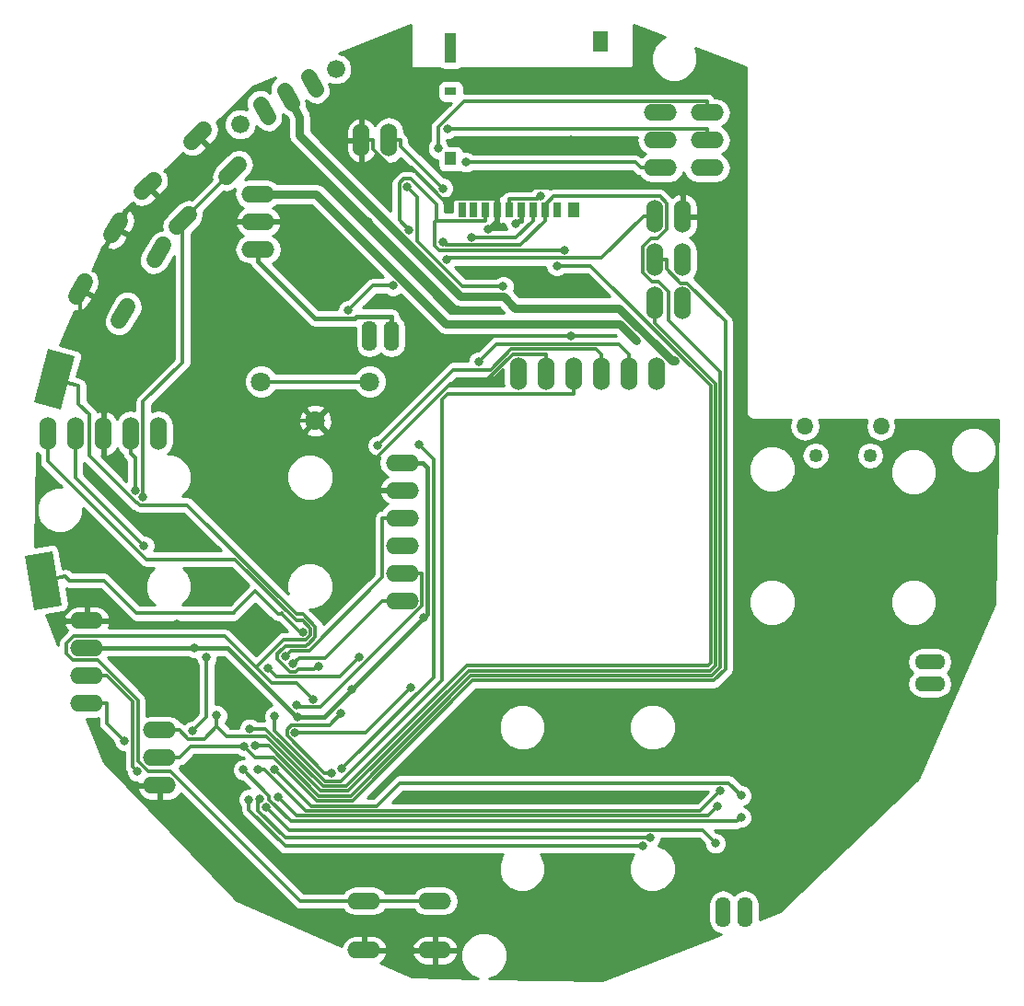
<source format=gbl>
G04 #@! TF.FileFunction,Copper,L2,Bot,Signal*
%FSLAX46Y46*%
G04 Gerber Fmt 4.6, Leading zero omitted, Abs format (unit mm)*
G04 Created by KiCad (PCBNEW 4.0.1-stable) date 2017/06/17 11:06:07*
%MOMM*%
G01*
G04 APERTURE LIST*
%ADD10C,0.100000*%
%ADD11O,1.400000X2.800000*%
%ADD12C,1.800000*%
%ADD13C,1.422400*%
%ADD14C,1.676400*%
%ADD15O,1.524000X3.048000*%
%ADD16O,3.048000X1.524000*%
%ADD17C,1.524000*%
%ADD18R,0.647700X1.399540*%
%ADD19R,1.099820X0.797560*%
%ADD20R,1.099820X2.799080*%
%ADD21R,1.399540X1.899920*%
%ADD22R,0.998220X1.399540*%
%ADD23R,1.099820X1.198880*%
%ADD24O,1.550000X1.550000*%
%ADD25O,1.250000X1.250000*%
%ADD26O,2.800000X1.400000*%
%ADD27C,0.800000*%
%ADD28C,0.800000*%
%ADD29C,0.300000*%
%ADD30C,0.400000*%
%ADD31C,0.254000*%
G04 APERTURE END LIST*
D10*
D11*
X148000000Y-140000000D03*
X146000000Y-140000000D03*
D10*
G36*
X82690361Y-112221945D02*
X81808228Y-107219121D01*
X84309639Y-106778055D01*
X85191772Y-111780879D01*
X82690361Y-112221945D01*
X82690361Y-112221945D01*
G37*
D12*
X108500000Y-94800000D03*
X113500000Y-91200000D03*
X103500000Y-91200000D03*
D13*
X104155895Y-66885917D02*
X103444695Y-65654083D01*
X106355600Y-65615917D02*
X105644400Y-64384083D01*
X108555305Y-64345917D02*
X107844105Y-63114083D01*
D14*
X101600591Y-67540000D03*
X110399409Y-62460000D03*
D15*
X94080000Y-96000000D03*
X91540000Y-96000000D03*
X89000000Y-96000000D03*
X86460000Y-96000000D03*
X83920000Y-96000000D03*
X139730000Y-76000000D03*
X142270000Y-76000000D03*
X142270000Y-80000000D03*
X139730000Y-80000000D03*
X142270000Y-84000000D03*
X139730000Y-84000000D03*
D16*
X103250000Y-73960000D03*
X103250000Y-76500000D03*
X103250000Y-79040000D03*
D15*
X112730000Y-69000000D03*
X115270000Y-69000000D03*
D16*
X94200000Y-123260000D03*
X94200000Y-125800000D03*
X94200000Y-128340000D03*
X87500000Y-113190000D03*
X87500000Y-115730000D03*
X87500000Y-118270000D03*
X87500000Y-120810000D03*
D15*
X127150000Y-90500000D03*
X129690000Y-90500000D03*
X132230000Y-90500000D03*
X134770000Y-90500000D03*
X137310000Y-90500000D03*
X139850000Y-90500000D03*
D16*
X116500000Y-98650000D03*
X116500000Y-101190000D03*
X116500000Y-103730000D03*
X116500000Y-106270000D03*
X116500000Y-108810000D03*
X116500000Y-111350000D03*
D17*
X92563754Y-73739275D02*
X93641384Y-72661645D01*
X97161645Y-69141384D02*
X98239275Y-68063754D01*
X95760725Y-76936246D02*
X96838355Y-75858616D01*
X100358616Y-72338355D02*
X101436246Y-71260725D01*
X86535663Y-83345233D02*
X87297663Y-82025411D01*
X89786863Y-77713989D02*
X90548863Y-76394167D01*
X90451137Y-85605833D02*
X91213137Y-84286011D01*
X93702337Y-79974589D02*
X94464337Y-78654767D01*
D16*
X119501200Y-143510600D03*
X112998800Y-143510600D03*
X119501200Y-138989400D03*
X112998800Y-138989400D03*
D18*
X130697860Y-75398240D03*
X129598040Y-75398240D03*
X128498220Y-75398240D03*
X127400940Y-75398240D03*
X126301120Y-75398240D03*
X125201300Y-75398240D03*
X124101480Y-75398240D03*
X123001660Y-75398240D03*
X122051700Y-75398240D03*
D19*
X120951880Y-64499100D03*
D20*
X120951880Y-60473200D03*
D21*
X134749160Y-59949960D03*
D22*
X132249800Y-75398240D03*
D23*
X120951880Y-70699240D03*
D10*
G36*
X82615874Y-93124751D02*
X83930675Y-88217848D01*
X86384126Y-88875249D01*
X85069325Y-93782152D01*
X82615874Y-93124751D01*
X82615874Y-93124751D01*
G37*
D16*
X140250000Y-66460000D03*
X140250000Y-69000000D03*
X140250000Y-71540000D03*
X144500000Y-66460000D03*
X144500000Y-69000000D03*
X144500000Y-71540000D03*
D24*
X160500000Y-95300000D03*
X153500000Y-95300000D03*
D25*
X159500000Y-98000000D03*
X154500000Y-98000000D03*
D26*
X165000000Y-119000000D03*
X165000000Y-117000000D03*
D11*
X115500000Y-87000000D03*
X113500000Y-87000000D03*
D27*
X138062100Y-87451700D03*
X132000000Y-69000000D03*
X122700000Y-69400000D03*
X124900000Y-81300000D03*
X95800000Y-113500000D03*
X164500000Y-124500000D03*
X157100000Y-123600000D03*
X151300000Y-128600000D03*
X95600000Y-118000000D03*
X114900000Y-94800000D03*
X115800000Y-91300000D03*
X111000000Y-95700000D03*
X134600000Y-72400000D03*
X127800000Y-81000000D03*
X92200000Y-88700000D03*
X103900000Y-133900000D03*
X102900000Y-121500000D03*
X95000000Y-105500000D03*
X104500000Y-104000000D03*
X110000000Y-106500000D03*
X100500000Y-109000000D03*
X103500000Y-112500000D03*
X134000000Y-138500000D03*
X169000000Y-109000000D03*
X153500000Y-101000000D03*
X147500000Y-84000000D03*
X146500000Y-63500000D03*
X132500000Y-72500000D03*
X124000000Y-73000000D03*
X128000000Y-64000000D03*
X115500000Y-61500000D03*
X132000000Y-87000000D03*
X122000000Y-87500000D03*
X117500000Y-85500000D03*
X113379980Y-76500000D03*
X98000000Y-81500000D03*
X109500000Y-80500000D03*
X103000000Y-82500000D03*
X99000000Y-95000000D03*
X89200000Y-101100000D03*
X87500000Y-107500000D03*
X100500000Y-101000000D03*
X110000000Y-137500000D03*
X117500000Y-137500000D03*
X133500000Y-120500000D03*
X123000000Y-126500000D03*
X122000000Y-129500000D03*
X143500000Y-129500000D03*
X151500000Y-119000000D03*
X157000000Y-132500000D03*
X124376200Y-77179200D03*
X106889800Y-122096300D03*
X111871400Y-119506100D03*
X97420800Y-115730000D03*
X126956600Y-76676500D03*
X118482500Y-112895000D03*
X129250000Y-74135600D03*
X130708900Y-80548900D03*
X102462500Y-123140400D03*
X131450300Y-79117700D03*
X117149300Y-77288800D03*
X115632900Y-82388700D03*
X111537500Y-84639000D03*
X122845600Y-77962100D03*
X120207700Y-78399200D03*
X102980700Y-124687700D03*
X138619800Y-133919300D03*
X102407700Y-129638200D03*
X145747900Y-128851100D03*
X103250000Y-126899400D03*
X147636700Y-131305800D03*
X101865400Y-126909300D03*
X92675600Y-101863400D03*
X108325200Y-120456300D03*
X110958100Y-126813400D03*
X118028000Y-96963400D03*
X147669300Y-129294100D03*
X104781000Y-126898900D03*
X105056000Y-129433900D03*
X145504000Y-130258300D03*
X139258200Y-133188600D03*
X103358200Y-129588000D03*
X145290400Y-133675300D03*
X103983600Y-130342400D03*
X91936500Y-101209500D03*
X92749400Y-106332300D03*
X120225100Y-73419600D03*
X99439200Y-121927300D03*
X101935900Y-124769300D03*
X92152000Y-127073600D03*
X90938300Y-124248300D03*
X120614600Y-79996400D03*
X122326700Y-71025000D03*
X119800300Y-69765700D03*
X120683200Y-67937700D03*
X109989900Y-127240600D03*
X110873300Y-121733200D03*
X97217700Y-123362000D03*
X98503000Y-116557700D03*
X116939500Y-73270200D03*
X125782000Y-82424000D03*
X114224300Y-97077200D03*
X106779900Y-120964100D03*
X123529000Y-89398700D03*
X106442300Y-117174800D03*
X104772000Y-121999900D03*
X105761300Y-116482800D03*
X108843600Y-117380700D03*
X107360600Y-114227100D03*
X106602600Y-123497000D03*
X117301000Y-119348400D03*
X104149000Y-117550700D03*
X112557300Y-116550600D03*
X141613200Y-89334800D03*
D28*
X136497200Y-85886800D02*
X138062100Y-87451700D01*
X120475100Y-85886800D02*
X136497200Y-85886800D01*
X108548300Y-73960000D02*
X120475100Y-85886800D01*
X103250000Y-73960000D02*
X108548300Y-73960000D01*
D29*
X132000000Y-69000000D02*
X123100000Y-69000000D01*
X123100000Y-69000000D02*
X122700000Y-69400000D01*
X164500000Y-124500000D02*
X158000000Y-124500000D01*
X158000000Y-124500000D02*
X157100000Y-123600000D01*
X114400000Y-94100000D02*
X114400000Y-94300000D01*
X114400000Y-94300000D02*
X114900000Y-94800000D01*
X116750000Y-91750000D02*
X116250000Y-91750000D01*
X116250000Y-91750000D02*
X115800000Y-91300000D01*
X110200000Y-96500000D02*
X111000000Y-95700000D01*
X86916663Y-82685322D02*
X86916663Y-84516663D01*
X91100000Y-88700000D02*
X92200000Y-88700000D01*
X86916663Y-84516663D02*
X91100000Y-88700000D01*
X107000000Y-106500000D02*
X104500000Y-104000000D01*
X110000000Y-106500000D02*
X107000000Y-106500000D01*
X147500000Y-84000000D02*
X147500000Y-64500000D01*
X144500000Y-76000000D02*
X147500000Y-79000000D01*
X147500000Y-79000000D02*
X147500000Y-84000000D01*
X142270000Y-76000000D02*
X144500000Y-76000000D01*
X147500000Y-64500000D02*
X146500000Y-63500000D01*
X132500000Y-73412900D02*
X132500000Y-72500000D01*
X125201300Y-74500000D02*
X125201300Y-74201300D01*
X125201300Y-74201300D02*
X124000000Y-73000000D01*
X122000000Y-87500000D02*
X119500000Y-87500000D01*
X111350000Y-97150000D02*
X114400000Y-94100000D01*
X114400000Y-94100000D02*
X116750000Y-91750000D01*
X116750000Y-91750000D02*
X121000000Y-87500000D01*
X121000000Y-87500000D02*
X122000000Y-87500000D01*
X110850000Y-97150000D02*
X111350000Y-97150000D01*
X119500000Y-87500000D02*
X117500000Y-85500000D01*
X113379980Y-76500000D02*
X113500000Y-76500000D01*
X108500000Y-94800000D02*
X106700000Y-94800000D01*
X106700000Y-94800000D02*
X100500000Y-101000000D01*
X119501200Y-143510600D02*
X112998800Y-143510600D01*
X116500000Y-101190000D02*
X114675700Y-101190000D01*
X129690000Y-90500000D02*
X129690000Y-88675700D01*
X113262400Y-99776700D02*
X113262400Y-99029400D01*
X114675700Y-101190000D02*
X113262400Y-99776700D01*
X112729400Y-99029400D02*
X113262400Y-99029400D01*
X108500000Y-94800000D02*
X110200000Y-96500000D01*
X110200000Y-96500000D02*
X110850000Y-97150000D01*
X110850000Y-97150000D02*
X112729400Y-99029400D01*
X125201300Y-75398200D02*
X125201300Y-76398300D01*
X125157100Y-76398300D02*
X124376200Y-77179200D01*
X125201300Y-76398300D02*
X125157100Y-76398300D01*
X126661000Y-88675700D02*
X129690000Y-88675700D01*
X123921800Y-91414900D02*
X126661000Y-88675700D01*
X120876900Y-91414900D02*
X123921800Y-91414900D01*
X113262400Y-99029400D02*
X120876900Y-91414900D01*
X112730000Y-69000000D02*
X113792300Y-69000000D01*
X125201300Y-75398200D02*
X125201300Y-74500000D01*
X125201300Y-74500000D02*
X125201300Y-74398100D01*
X142270000Y-76000000D02*
X142270000Y-74175700D01*
X120182700Y-74398100D02*
X125201300Y-74398100D01*
X117330300Y-71545700D02*
X120182700Y-74398100D01*
X115541300Y-71545700D02*
X117330300Y-71545700D01*
X113792300Y-69796700D02*
X115541300Y-71545700D01*
X113792300Y-69000000D02*
X113792300Y-69796700D01*
X126186500Y-73412900D02*
X125201300Y-74398100D01*
X141507200Y-73412900D02*
X132500000Y-73412900D01*
X132500000Y-73412900D02*
X126186500Y-73412900D01*
X142270000Y-74175700D02*
X141507200Y-73412900D01*
D30*
X87500000Y-115730000D02*
X89374300Y-115730000D01*
X89374300Y-115730000D02*
X97420800Y-115730000D01*
X127184800Y-76448300D02*
X126956600Y-76676500D01*
X127400900Y-76448300D02*
X127184800Y-76448300D01*
X127400900Y-75398200D02*
X127400900Y-76448300D01*
X103250000Y-79040000D02*
X103250000Y-80152300D01*
X115500000Y-87000000D02*
X115500000Y-85249700D01*
X112270400Y-85249700D02*
X115500000Y-85249700D01*
X112130800Y-85389300D02*
X112270400Y-85249700D01*
X108487000Y-85389300D02*
X112130800Y-85389300D01*
X103250000Y-80152300D02*
X108487000Y-85389300D01*
X116500000Y-98650000D02*
X118374300Y-98650000D01*
X111871400Y-119506100D02*
X118482500Y-112895000D01*
X118827500Y-99103200D02*
X118374300Y-98650000D01*
X118827500Y-112550000D02*
X118827500Y-99103200D01*
X118482500Y-112895000D02*
X118827500Y-112550000D01*
X109281200Y-122096300D02*
X106889800Y-122096300D01*
X111871400Y-119506100D02*
X109281200Y-122096300D01*
X100412300Y-115730000D02*
X97420800Y-115730000D01*
X106778600Y-122096300D02*
X100412300Y-115730000D01*
X106889800Y-122096300D02*
X106778600Y-122096300D01*
D29*
X126301100Y-75398200D02*
X126301100Y-74398100D01*
X128987500Y-74398100D02*
X129250000Y-74135600D01*
X126301100Y-74398100D02*
X128987500Y-74398100D01*
X103923300Y-123140400D02*
X102462500Y-123140400D01*
X109196900Y-128414000D02*
X103923300Y-123140400D01*
X111368500Y-128414000D02*
X109196900Y-128414000D01*
X122454800Y-117327700D02*
X111368500Y-128414000D01*
X144610200Y-117327700D02*
X122454800Y-117327700D01*
X144838500Y-117099400D02*
X144610200Y-117327700D01*
X144838500Y-91569800D02*
X144838500Y-117099400D01*
X133817600Y-80548900D02*
X144838500Y-91569800D01*
X130708900Y-80548900D02*
X133817600Y-80548900D01*
X124101500Y-75398200D02*
X124101500Y-76398300D01*
X113787800Y-82388700D02*
X111537500Y-84639000D01*
X115632900Y-82388700D02*
X113787800Y-82388700D01*
X124101500Y-76398300D02*
X119608600Y-76398300D01*
X119484500Y-76522400D02*
X119608600Y-76398300D01*
X119484500Y-78675400D02*
X119484500Y-76522400D01*
X119926800Y-79117700D02*
X119484500Y-78675400D01*
X131450300Y-79117700D02*
X119926800Y-79117700D01*
X116224800Y-76364300D02*
X117149300Y-77288800D01*
X116224800Y-72965600D02*
X116224800Y-76364300D01*
X116626900Y-72563500D02*
X116224800Y-72965600D01*
X117252100Y-72563500D02*
X116626900Y-72563500D01*
X119608600Y-74920000D02*
X117252100Y-72563500D01*
X119608600Y-76398300D02*
X119608600Y-74920000D01*
X128498200Y-75398200D02*
X128498200Y-76398300D01*
X126934400Y-77962100D02*
X128498200Y-76398300D01*
X122845600Y-77962100D02*
X126934400Y-77962100D01*
X127331800Y-78664500D02*
X129598000Y-76398300D01*
X120473000Y-78664500D02*
X127331800Y-78664500D01*
X120207700Y-78399200D02*
X120473000Y-78664500D01*
X129598000Y-75898200D02*
X129598000Y-76398300D01*
X129598000Y-75898200D02*
X129598000Y-75398200D01*
X104197000Y-124687700D02*
X102980700Y-124687700D01*
X108824000Y-129314700D02*
X104197000Y-124687700D01*
X111741600Y-129314700D02*
X108824000Y-129314700D01*
X122800500Y-118255800D02*
X111741600Y-129314700D01*
X144955800Y-118255800D02*
X122800500Y-118255800D01*
X145739200Y-117472400D02*
X144955800Y-118255800D01*
X145739200Y-90307300D02*
X145739200Y-117472400D01*
X141000000Y-85568100D02*
X145739200Y-90307300D01*
X141000000Y-82977000D02*
X141000000Y-85568100D01*
X140023000Y-82000000D02*
X141000000Y-82977000D01*
X139424600Y-82000000D02*
X140023000Y-82000000D01*
X138631300Y-81206700D02*
X139424600Y-82000000D01*
X138631300Y-78759100D02*
X138631300Y-81206700D01*
X139390400Y-78000000D02*
X138631300Y-78759100D01*
X139997000Y-78000000D02*
X139390400Y-78000000D01*
X140824400Y-77172600D02*
X139997000Y-78000000D01*
X140824400Y-74798600D02*
X140824400Y-77172600D01*
X140194100Y-74168300D02*
X140824400Y-74798600D01*
X130422700Y-74168300D02*
X140194100Y-74168300D01*
X129598000Y-74993000D02*
X130422700Y-74168300D01*
X129598000Y-75398200D02*
X129598000Y-74993000D01*
X102407700Y-130606000D02*
X102407700Y-129638200D01*
X105721000Y-133919300D02*
X102407700Y-130606000D01*
X138619800Y-133919300D02*
X105721000Y-133919300D01*
X103783400Y-126899400D02*
X103250000Y-126899400D01*
X107588200Y-130704200D02*
X103783400Y-126899400D01*
X143894800Y-130704200D02*
X107588200Y-130704200D01*
X145747900Y-128851100D02*
X143894800Y-130704200D01*
X104280400Y-129324300D02*
X101865400Y-126909300D01*
X104280400Y-129648800D02*
X104280400Y-129324300D01*
X106296600Y-131665000D02*
X104280400Y-129648800D01*
X147277500Y-131665000D02*
X106296600Y-131665000D01*
X147636700Y-131305800D02*
X147277500Y-131665000D01*
X100897400Y-71799500D02*
X96299500Y-76397400D01*
X92675600Y-93056200D02*
X92675600Y-101863400D01*
X96299500Y-89432300D02*
X92675600Y-93056200D01*
X96299500Y-76397400D02*
X96299500Y-89432300D01*
X119501200Y-138989400D02*
X112998800Y-138989400D01*
X100209400Y-114634000D02*
X103064100Y-117488700D01*
X86267600Y-114634000D02*
X100209400Y-114634000D01*
X85647100Y-115254500D02*
X86267600Y-114634000D01*
X85647100Y-116218100D02*
X85647100Y-115254500D01*
X86221400Y-116792400D02*
X85647100Y-116218100D01*
X88483600Y-116792400D02*
X86221400Y-116792400D01*
X92186300Y-120495100D02*
X88483600Y-116792400D01*
X92186300Y-126080300D02*
X92186300Y-120495100D01*
X93176000Y-127070000D02*
X92186300Y-126080300D01*
X95210900Y-127070000D02*
X93176000Y-127070000D01*
X107130300Y-138989400D02*
X95210900Y-127070000D01*
X112998800Y-138989400D02*
X107130300Y-138989400D01*
X106781900Y-118913000D02*
X108325200Y-120456300D01*
X104488400Y-118913000D02*
X106781900Y-118913000D01*
X103064100Y-117488700D02*
X104488400Y-118913000D01*
X83920000Y-98526900D02*
X83920000Y-96000000D01*
X92943300Y-107550200D02*
X83920000Y-98526900D01*
X101078900Y-107550200D02*
X92943300Y-107550200D01*
X106737800Y-113209100D02*
X101078900Y-107550200D01*
X107333000Y-113209100D02*
X106737800Y-113209100D01*
X108060900Y-113937000D02*
X107333000Y-113209100D01*
X108060900Y-114517200D02*
X108060900Y-113937000D01*
X107650700Y-114927400D02*
X108060900Y-114517200D01*
X105625400Y-114927400D02*
X107650700Y-114927400D01*
X103064100Y-117488700D02*
X105625400Y-114927400D01*
X113500000Y-91200000D02*
X103500000Y-91200000D01*
X119392700Y-118378800D02*
X110958100Y-126813400D01*
X119392700Y-98328100D02*
X119392700Y-118378800D01*
X118028000Y-96963400D02*
X119392700Y-98328100D01*
X108135900Y-130253800D02*
X104781000Y-126898900D01*
X114131200Y-130253800D02*
X108135900Y-130253800D01*
X116269800Y-128115200D02*
X114131200Y-130253800D01*
X146490400Y-128115200D02*
X116269800Y-128115200D01*
X147669300Y-129294100D02*
X146490400Y-128115200D01*
X106776900Y-131154800D02*
X105056000Y-129433900D01*
X144607500Y-131154800D02*
X106776900Y-131154800D01*
X145504000Y-130258300D02*
X144607500Y-131154800D01*
X103247400Y-129698800D02*
X103358200Y-129588000D01*
X103247400Y-130689400D02*
X103247400Y-129698800D01*
X105746600Y-133188600D02*
X103247400Y-130689400D01*
X139258200Y-133188600D02*
X105746600Y-133188600D01*
X106115700Y-132474500D02*
X103983600Y-130342400D01*
X144089600Y-132474500D02*
X106115700Y-132474500D01*
X145290400Y-133675300D02*
X144089600Y-132474500D01*
X91936500Y-98220800D02*
X91540000Y-97824300D01*
X91936500Y-101209500D02*
X91936500Y-98220800D01*
X91540000Y-96000000D02*
X91540000Y-97824300D01*
X86460000Y-96000000D02*
X86460000Y-97824300D01*
X86460000Y-100042900D02*
X92749400Y-106332300D01*
X86460000Y-97824300D02*
X86460000Y-100042900D01*
X116332300Y-69526800D02*
X120225100Y-73419600D01*
X116332300Y-69000000D02*
X116332300Y-69526800D01*
X115270000Y-69000000D02*
X116332300Y-69000000D01*
X94200000Y-123260000D02*
X96024300Y-123260000D01*
X139730000Y-84000000D02*
X139730000Y-85824300D01*
X98290100Y-124062300D02*
X99439200Y-122913200D01*
X96826600Y-124062300D02*
X98290100Y-124062300D01*
X96024300Y-123260000D02*
X96826600Y-124062300D01*
X99439200Y-122913200D02*
X99439200Y-121927300D01*
X100366700Y-123840700D02*
X99439200Y-122913200D01*
X103986800Y-123840700D02*
X100366700Y-123840700D01*
X109010500Y-128864400D02*
X103986800Y-123840700D01*
X111555100Y-128864400D02*
X109010500Y-128864400D01*
X122614000Y-117805500D02*
X111555100Y-128864400D01*
X144769300Y-117805500D02*
X122614000Y-117805500D01*
X145288900Y-117285900D02*
X144769300Y-117805500D01*
X145288900Y-91383200D02*
X145288900Y-117285900D01*
X139730000Y-85824300D02*
X145288900Y-91383200D01*
X94200000Y-125800000D02*
X96024300Y-125800000D01*
X139730000Y-80000000D02*
X140792300Y-80000000D01*
X97055000Y-124769300D02*
X101935900Y-124769300D01*
X96024300Y-125800000D02*
X97055000Y-124769300D01*
X102941100Y-125774500D02*
X101935900Y-124769300D01*
X104647000Y-125774500D02*
X102941100Y-125774500D01*
X108637500Y-129765000D02*
X104647000Y-125774500D01*
X111928100Y-129765000D02*
X108637500Y-129765000D01*
X122987000Y-118706100D02*
X111928100Y-129765000D01*
X145142300Y-118706100D02*
X122987000Y-118706100D01*
X146195200Y-117653200D02*
X145142300Y-118706100D01*
X146195200Y-85660900D02*
X146195200Y-117653200D01*
X142693600Y-82159300D02*
X146195200Y-85660900D01*
X142090400Y-82159300D02*
X142693600Y-82159300D01*
X140792300Y-80861200D02*
X142090400Y-82159300D01*
X140792300Y-80000000D02*
X140792300Y-80861200D01*
X87500000Y-118270000D02*
X89324300Y-118270000D01*
X91700300Y-126621900D02*
X92152000Y-127073600D01*
X91700300Y-120646000D02*
X91700300Y-126621900D01*
X89324300Y-118270000D02*
X91700300Y-120646000D01*
X89324300Y-122634300D02*
X90938300Y-124248300D01*
X89324300Y-120810000D02*
X89324300Y-122634300D01*
X87500000Y-120810000D02*
X89324300Y-120810000D01*
X139730000Y-76000000D02*
X138667700Y-76000000D01*
X120773900Y-79837100D02*
X120614600Y-79996400D01*
X134830600Y-79837100D02*
X120773900Y-79837100D01*
X138667700Y-76000000D02*
X134830600Y-79837100D01*
X137910700Y-71025000D02*
X122326700Y-71025000D01*
X138425700Y-71540000D02*
X137910700Y-71025000D01*
X140250000Y-71540000D02*
X138425700Y-71540000D01*
X144500000Y-66460000D02*
X144500000Y-65397700D01*
X119800300Y-67818600D02*
X119800300Y-69765700D01*
X122221200Y-65397700D02*
X119800300Y-67818600D01*
X144500000Y-65397700D02*
X122221200Y-65397700D01*
X144500000Y-69000000D02*
X144500000Y-67937700D01*
X144500000Y-67937700D02*
X120683200Y-67937700D01*
X109809800Y-122796700D02*
X110873300Y-121733200D01*
X106312600Y-122796700D02*
X109809800Y-122796700D01*
X105902300Y-123207000D02*
X106312600Y-122796700D01*
X105902300Y-123787800D02*
X105902300Y-123207000D01*
X109355100Y-127240600D02*
X105902300Y-123787800D01*
X109989900Y-127240600D02*
X109355100Y-127240600D01*
X98503000Y-122076700D02*
X97217700Y-123362000D01*
X98503000Y-116557700D02*
X98503000Y-122076700D01*
X117849600Y-74180300D02*
X116939500Y-73270200D01*
X117849600Y-78276700D02*
X117849600Y-74180300D01*
X121996900Y-82424000D02*
X117849600Y-78276700D01*
X125782000Y-82424000D02*
X121996900Y-82424000D01*
X134770000Y-90500000D02*
X134770000Y-88675700D01*
X134319700Y-88225400D02*
X134770000Y-88675700D01*
X126474500Y-88225400D02*
X134319700Y-88225400D01*
X124600900Y-90099000D02*
X126474500Y-88225400D01*
X121202500Y-90099000D02*
X124600900Y-90099000D01*
X114224300Y-97077200D02*
X121202500Y-90099000D01*
X106983500Y-121167700D02*
X106779900Y-120964100D01*
X108978400Y-121167700D02*
X106983500Y-121167700D01*
X118324300Y-111821800D02*
X108978400Y-121167700D01*
X118324300Y-108810000D02*
X118324300Y-111821800D01*
X116500000Y-108810000D02*
X118324300Y-108810000D01*
X136397600Y-87763300D02*
X137310000Y-88675700D01*
X125164400Y-87763300D02*
X136397600Y-87763300D01*
X123529000Y-89398700D02*
X125164400Y-87763300D01*
X137310000Y-90500000D02*
X137310000Y-88675700D01*
X116500000Y-111350000D02*
X114675700Y-111350000D01*
X109424300Y-116601400D02*
X114675700Y-111350000D01*
X107015700Y-116601400D02*
X109424300Y-116601400D01*
X106442300Y-117174800D02*
X107015700Y-116601400D01*
X132230000Y-90500000D02*
X132230000Y-92324300D01*
X104772000Y-123352400D02*
X104772000Y-121999900D01*
X109383300Y-127963700D02*
X104772000Y-123352400D01*
X110863800Y-127963700D02*
X109383300Y-127963700D01*
X120152000Y-118675500D02*
X110863800Y-127963700D01*
X120152000Y-92853300D02*
X120152000Y-118675500D01*
X120681000Y-92324300D02*
X120152000Y-92853300D01*
X132230000Y-92324300D02*
X120681000Y-92324300D01*
X106278500Y-115965600D02*
X105761300Y-116482800D01*
X107929400Y-115965600D02*
X106278500Y-115965600D01*
X114675700Y-109219300D02*
X107929400Y-115965600D01*
X114675700Y-103730000D02*
X114675700Y-109219300D01*
X116500000Y-103730000D02*
X114675700Y-103730000D01*
X84500000Y-91000000D02*
X86751900Y-91603400D01*
X86751900Y-93251900D02*
X86751900Y-91603400D01*
X87730000Y-94230000D02*
X86751900Y-93251900D01*
X87730000Y-98045300D02*
X87730000Y-94230000D01*
X92026000Y-102341300D02*
X87730000Y-98045300D01*
X92163200Y-102341300D02*
X92026000Y-102341300D01*
X92385600Y-102563700D02*
X92163200Y-102341300D01*
X96729300Y-102563700D02*
X92385600Y-102563700D01*
X106765100Y-112599500D02*
X96729300Y-102563700D01*
X107360200Y-112599500D02*
X106765100Y-112599500D01*
X108511200Y-113750500D02*
X107360200Y-112599500D01*
X108511200Y-114703700D02*
X108511200Y-113750500D01*
X107837200Y-115377700D02*
X108511200Y-114703700D01*
X107797400Y-115377700D02*
X107837200Y-115377700D01*
X107659900Y-115515200D02*
X107797400Y-115377700D01*
X105767100Y-115515200D02*
X107659900Y-115515200D01*
X105499800Y-115782500D02*
X105767100Y-115515200D01*
X105471300Y-115782500D02*
X105499800Y-115782500D01*
X105038900Y-116214900D02*
X105471300Y-115782500D01*
X105038900Y-116761700D02*
X105038900Y-116214900D01*
X106152300Y-117875100D02*
X105038900Y-116761700D01*
X106732400Y-117875100D02*
X106152300Y-117875100D01*
X106950700Y-117656800D02*
X106732400Y-117875100D01*
X108416900Y-117656800D02*
X106950700Y-117656800D01*
X108693000Y-117380700D02*
X108416900Y-117656800D01*
X108843600Y-117380700D02*
X108693000Y-117380700D01*
X105445900Y-112554100D02*
X105054100Y-112554100D01*
X101000000Y-112500000D02*
X101000000Y-112530600D01*
X100969400Y-112530600D02*
X101000000Y-112500000D01*
X103000000Y-110500000D02*
X100969400Y-112530600D01*
X105054100Y-112554100D02*
X103000000Y-110500000D01*
X85539700Y-109140500D02*
X85539700Y-109140400D01*
X83500000Y-109500000D02*
X85539700Y-109140400D01*
X101000000Y-112530600D02*
X92087200Y-112530600D01*
X92087200Y-112530600D02*
X89056600Y-109500000D01*
X89056600Y-109500000D02*
X85899200Y-109500000D01*
X85899200Y-109500000D02*
X85539700Y-109140500D01*
X107118900Y-114227100D02*
X105445900Y-112554100D01*
X105445900Y-112554100D02*
X105422400Y-112530600D01*
X107360600Y-114227100D02*
X107118900Y-114227100D01*
X113152400Y-123497000D02*
X117301000Y-119348400D01*
X106602600Y-123497000D02*
X113152400Y-123497000D01*
X104941300Y-118343000D02*
X104149000Y-117550700D01*
X110764900Y-118343000D02*
X104941300Y-118343000D01*
X112557300Y-116550600D02*
X110764900Y-118343000D01*
D28*
X106000000Y-65000000D02*
X107056400Y-66829600D01*
X107056300Y-66829700D02*
X107056400Y-66829600D01*
X107056300Y-68542900D02*
X107056300Y-66829700D01*
X121887900Y-83374500D02*
X107056300Y-68542900D01*
X125795100Y-83374500D02*
X121887900Y-83374500D01*
X126854900Y-84434300D02*
X125795100Y-83374500D01*
X136442200Y-84434300D02*
X126854900Y-84434300D01*
X141342700Y-89334800D02*
X136442200Y-84434300D01*
X141613200Y-89334800D02*
X141342700Y-89334800D01*
D31*
G36*
X117273000Y-62200000D02*
X117281685Y-62246159D01*
X117308965Y-62288553D01*
X117350590Y-62316994D01*
X117400000Y-62327000D01*
X119942006Y-62327000D01*
X120150080Y-62469171D01*
X120401970Y-62520180D01*
X121501790Y-62520180D01*
X121737107Y-62475902D01*
X121953231Y-62336830D01*
X121959948Y-62327000D01*
X137600000Y-62327000D01*
X137646159Y-62318315D01*
X137688553Y-62291035D01*
X137716994Y-62249410D01*
X137727000Y-62200000D01*
X137727000Y-58428924D01*
X140680599Y-59528497D01*
X140292200Y-59688980D01*
X139691091Y-60289041D01*
X139365372Y-61073459D01*
X139364630Y-61922815D01*
X139688980Y-62707800D01*
X140289041Y-63308909D01*
X141073459Y-63634628D01*
X141922815Y-63635370D01*
X142707800Y-63311020D01*
X143308909Y-62710959D01*
X143634628Y-61926541D01*
X143635370Y-61077185D01*
X143416277Y-60546941D01*
X148067293Y-62278431D01*
X148067293Y-94000000D01*
X148119436Y-94262138D01*
X148267925Y-94484368D01*
X148490155Y-94632857D01*
X148752293Y-94685000D01*
X152220097Y-94685000D01*
X152169706Y-94760416D01*
X152062376Y-95300000D01*
X152169706Y-95839584D01*
X152475355Y-96297021D01*
X152932792Y-96602670D01*
X153472376Y-96710000D01*
X153527624Y-96710000D01*
X154067208Y-96602670D01*
X154524645Y-96297021D01*
X154830294Y-95839584D01*
X154937624Y-95300000D01*
X154830294Y-94760416D01*
X154779903Y-94685000D01*
X159220097Y-94685000D01*
X159169706Y-94760416D01*
X159062376Y-95300000D01*
X159169706Y-95839584D01*
X159475355Y-96297021D01*
X159932792Y-96602670D01*
X160472376Y-96710000D01*
X160527624Y-96710000D01*
X161067208Y-96602670D01*
X161524645Y-96297021D01*
X161830294Y-95839584D01*
X161937624Y-95300000D01*
X161830294Y-94760416D01*
X161779903Y-94685000D01*
X171300875Y-94685000D01*
X170953970Y-111679511D01*
X163903983Y-127763160D01*
X151235703Y-139924598D01*
X149335000Y-140666821D01*
X149335000Y-139260132D01*
X149233379Y-138749250D01*
X148943988Y-138316144D01*
X148510882Y-138026753D01*
X148000000Y-137925132D01*
X147489118Y-138026753D01*
X147056012Y-138316144D01*
X147000000Y-138399972D01*
X146943988Y-138316144D01*
X146510882Y-138026753D01*
X146000000Y-137925132D01*
X145489118Y-138026753D01*
X145056012Y-138316144D01*
X144766621Y-138749250D01*
X144665000Y-139260132D01*
X144665000Y-140739868D01*
X144766621Y-141250750D01*
X145056012Y-141683856D01*
X145489118Y-141973247D01*
X145820613Y-142039186D01*
X134877751Y-146312362D01*
X124506813Y-146100663D01*
X125207800Y-145811020D01*
X125808909Y-145210959D01*
X126134628Y-144426541D01*
X126135370Y-143577185D01*
X125811020Y-142792200D01*
X125210959Y-142191091D01*
X124426541Y-141865372D01*
X123577185Y-141864630D01*
X122792200Y-142188980D01*
X122191091Y-142789041D01*
X121865372Y-143573459D01*
X121864630Y-144422815D01*
X122188980Y-145207800D01*
X122789041Y-145808909D01*
X123439177Y-146078869D01*
X117320489Y-145953970D01*
X114471505Y-144705167D01*
X114838430Y-144408626D01*
X115100060Y-143927877D01*
X115115020Y-143853670D01*
X117384980Y-143853670D01*
X117399940Y-143927877D01*
X117661570Y-144408626D01*
X118087259Y-144752659D01*
X118612200Y-144907600D01*
X119374200Y-144907600D01*
X119374200Y-143637600D01*
X119628200Y-143637600D01*
X119628200Y-144907600D01*
X120390200Y-144907600D01*
X120915141Y-144752659D01*
X121340830Y-144408626D01*
X121602460Y-143927877D01*
X121617420Y-143853670D01*
X121494920Y-143637600D01*
X119628200Y-143637600D01*
X119374200Y-143637600D01*
X117507480Y-143637600D01*
X117384980Y-143853670D01*
X115115020Y-143853670D01*
X114992520Y-143637600D01*
X113125800Y-143637600D01*
X113125800Y-143657600D01*
X112871800Y-143657600D01*
X112871800Y-143637600D01*
X112851800Y-143637600D01*
X112851800Y-143383600D01*
X112871800Y-143383600D01*
X112871800Y-142113600D01*
X113125800Y-142113600D01*
X113125800Y-143383600D01*
X114992520Y-143383600D01*
X115115020Y-143167530D01*
X117384980Y-143167530D01*
X117507480Y-143383600D01*
X119374200Y-143383600D01*
X119374200Y-142113600D01*
X119628200Y-142113600D01*
X119628200Y-143383600D01*
X121494920Y-143383600D01*
X121617420Y-143167530D01*
X121602460Y-143093323D01*
X121340830Y-142612574D01*
X120915141Y-142268541D01*
X120390200Y-142113600D01*
X119628200Y-142113600D01*
X119374200Y-142113600D01*
X118612200Y-142113600D01*
X118087259Y-142268541D01*
X117661570Y-142612574D01*
X117399940Y-143093323D01*
X117384980Y-143167530D01*
X115115020Y-143167530D01*
X115100060Y-143093323D01*
X114838430Y-142612574D01*
X114412741Y-142268541D01*
X113887800Y-142113600D01*
X113125800Y-142113600D01*
X112871800Y-142113600D01*
X112109800Y-142113600D01*
X111584859Y-142268541D01*
X111159170Y-142612574D01*
X110897540Y-143093323D01*
X110889157Y-143134908D01*
X101236840Y-138903983D01*
X91424853Y-128683070D01*
X92083780Y-128683070D01*
X92098740Y-128757277D01*
X92360370Y-129238026D01*
X92786059Y-129582059D01*
X93311000Y-129737000D01*
X94073000Y-129737000D01*
X94073000Y-128467000D01*
X92206280Y-128467000D01*
X92083780Y-128683070D01*
X91424853Y-128683070D01*
X89075402Y-126235703D01*
X87502197Y-122207000D01*
X88304297Y-122207000D01*
X88539300Y-122160255D01*
X88539300Y-122634300D01*
X88599055Y-122934707D01*
X88769221Y-123189379D01*
X89903234Y-124323392D01*
X89903121Y-124453271D01*
X90060358Y-124833815D01*
X90351254Y-125125219D01*
X90731523Y-125283120D01*
X90915300Y-125283280D01*
X90915300Y-126621900D01*
X90975055Y-126922307D01*
X91116946Y-127134663D01*
X91116821Y-127278571D01*
X91274058Y-127659115D01*
X91564954Y-127950519D01*
X91945223Y-128108420D01*
X92147089Y-128108596D01*
X92206280Y-128213000D01*
X94073000Y-128213000D01*
X94073000Y-128193000D01*
X94327000Y-128193000D01*
X94327000Y-128213000D01*
X94347000Y-128213000D01*
X94347000Y-128467000D01*
X94327000Y-128467000D01*
X94327000Y-129737000D01*
X95089000Y-129737000D01*
X95613941Y-129582059D01*
X96039630Y-129238026D01*
X96120383Y-129089641D01*
X106575221Y-139544479D01*
X106829893Y-139714645D01*
X107130300Y-139774400D01*
X111071149Y-139774400D01*
X111206675Y-139977228D01*
X111659894Y-140280060D01*
X112194503Y-140386400D01*
X113803097Y-140386400D01*
X114337706Y-140280060D01*
X114790925Y-139977228D01*
X114926451Y-139774400D01*
X117573549Y-139774400D01*
X117709075Y-139977228D01*
X118162294Y-140280060D01*
X118696903Y-140386400D01*
X120305497Y-140386400D01*
X120840106Y-140280060D01*
X121293325Y-139977228D01*
X121596157Y-139524009D01*
X121702497Y-138989400D01*
X121596157Y-138454791D01*
X121293325Y-138001572D01*
X120840106Y-137698740D01*
X120305497Y-137592400D01*
X118696903Y-137592400D01*
X118162294Y-137698740D01*
X117709075Y-138001572D01*
X117573549Y-138204400D01*
X114926451Y-138204400D01*
X114790925Y-138001572D01*
X114337706Y-137698740D01*
X113803097Y-137592400D01*
X112194503Y-137592400D01*
X111659894Y-137698740D01*
X111206675Y-138001572D01*
X111071149Y-138204400D01*
X107455458Y-138204400D01*
X96010855Y-126759797D01*
X96143493Y-126561291D01*
X96324707Y-126525245D01*
X96579379Y-126355079D01*
X97380158Y-125554300D01*
X101257095Y-125554300D01*
X101348854Y-125646219D01*
X101729123Y-125804120D01*
X101860677Y-125804235D01*
X101930799Y-125874357D01*
X101660429Y-125874121D01*
X101279885Y-126031358D01*
X100988481Y-126322254D01*
X100830580Y-126702523D01*
X100830221Y-127114271D01*
X100987458Y-127494815D01*
X101278354Y-127786219D01*
X101658623Y-127944120D01*
X101790177Y-127944235D01*
X102449178Y-128603236D01*
X102202729Y-128603021D01*
X101822185Y-128760258D01*
X101530781Y-129051154D01*
X101372880Y-129431423D01*
X101372521Y-129843171D01*
X101529758Y-130223715D01*
X101622700Y-130316819D01*
X101622700Y-130606000D01*
X101682455Y-130906407D01*
X101852621Y-131161079D01*
X105165921Y-134474379D01*
X105420594Y-134644545D01*
X105721000Y-134704300D01*
X125775980Y-134704300D01*
X125691091Y-134789041D01*
X125365372Y-135573459D01*
X125364630Y-136422815D01*
X125688980Y-137207800D01*
X126289041Y-137808909D01*
X127073459Y-138134628D01*
X127922815Y-138135370D01*
X128707800Y-137811020D01*
X129308909Y-137210959D01*
X129634628Y-136426541D01*
X129635370Y-135577185D01*
X129311020Y-134792200D01*
X129223273Y-134704300D01*
X137775980Y-134704300D01*
X137691091Y-134789041D01*
X137365372Y-135573459D01*
X137364630Y-136422815D01*
X137688980Y-137207800D01*
X138289041Y-137808909D01*
X139073459Y-138134628D01*
X139922815Y-138135370D01*
X140707800Y-137811020D01*
X141308909Y-137210959D01*
X141634628Y-136426541D01*
X141635370Y-135577185D01*
X141311020Y-134792200D01*
X140710959Y-134191091D01*
X140010368Y-133900180D01*
X140135119Y-133775646D01*
X140293020Y-133395377D01*
X140293138Y-133259500D01*
X143764442Y-133259500D01*
X144255334Y-133750392D01*
X144255221Y-133880271D01*
X144412458Y-134260815D01*
X144703354Y-134552219D01*
X145083623Y-134710120D01*
X145495371Y-134710479D01*
X145875915Y-134553242D01*
X146167319Y-134262346D01*
X146325220Y-133882077D01*
X146325579Y-133470329D01*
X146168342Y-133089785D01*
X145877446Y-132798381D01*
X145497177Y-132640480D01*
X145365623Y-132640365D01*
X145175258Y-132450000D01*
X147277500Y-132450000D01*
X147577907Y-132390245D01*
X147651887Y-132340814D01*
X147841671Y-132340979D01*
X148222215Y-132183742D01*
X148513619Y-131892846D01*
X148671520Y-131512577D01*
X148671879Y-131100829D01*
X148514642Y-130720285D01*
X148223746Y-130428881D01*
X147929209Y-130306579D01*
X148254815Y-130172042D01*
X148546219Y-129881146D01*
X148704120Y-129500877D01*
X148704479Y-129089129D01*
X148547242Y-128708585D01*
X148256346Y-128417181D01*
X147876077Y-128259280D01*
X147744523Y-128259165D01*
X147045479Y-127560121D01*
X146790807Y-127389955D01*
X146490400Y-127330200D01*
X116269800Y-127330200D01*
X115969393Y-127389955D01*
X115714721Y-127560121D01*
X113806042Y-129468800D01*
X113334458Y-129468800D01*
X119380443Y-123422815D01*
X125364630Y-123422815D01*
X125688980Y-124207800D01*
X126289041Y-124808909D01*
X127073459Y-125134628D01*
X127922815Y-125135370D01*
X128707800Y-124811020D01*
X129308909Y-124210959D01*
X129634628Y-123426541D01*
X129634631Y-123422815D01*
X137364630Y-123422815D01*
X137688980Y-124207800D01*
X138289041Y-124808909D01*
X139073459Y-125134628D01*
X139922815Y-125135370D01*
X140707800Y-124811020D01*
X141308909Y-124210959D01*
X141634628Y-123426541D01*
X141635370Y-122577185D01*
X141311020Y-121792200D01*
X140710959Y-121191091D01*
X139926541Y-120865372D01*
X139077185Y-120864630D01*
X138292200Y-121188980D01*
X137691091Y-121789041D01*
X137365372Y-122573459D01*
X137364630Y-123422815D01*
X129634631Y-123422815D01*
X129635370Y-122577185D01*
X129311020Y-121792200D01*
X128710959Y-121191091D01*
X127926541Y-120865372D01*
X127077185Y-120864630D01*
X126292200Y-121188980D01*
X125691091Y-121789041D01*
X125365372Y-122573459D01*
X125364630Y-123422815D01*
X119380443Y-123422815D01*
X123312158Y-119491100D01*
X145142300Y-119491100D01*
X145442707Y-119431345D01*
X145697379Y-119261179D01*
X146750276Y-118208281D01*
X146750279Y-118208279D01*
X146920445Y-117953606D01*
X146980200Y-117653200D01*
X146980200Y-117000000D01*
X162925132Y-117000000D01*
X163026753Y-117510882D01*
X163316144Y-117943988D01*
X163399972Y-118000000D01*
X163316144Y-118056012D01*
X163026753Y-118489118D01*
X162925132Y-119000000D01*
X163026753Y-119510882D01*
X163316144Y-119943988D01*
X163749250Y-120233379D01*
X164260132Y-120335000D01*
X165739868Y-120335000D01*
X166250750Y-120233379D01*
X166683856Y-119943988D01*
X166973247Y-119510882D01*
X167074868Y-119000000D01*
X166973247Y-118489118D01*
X166683856Y-118056012D01*
X166600028Y-118000000D01*
X166683856Y-117943988D01*
X166973247Y-117510882D01*
X167074868Y-117000000D01*
X166973247Y-116489118D01*
X166683856Y-116056012D01*
X166250750Y-115766621D01*
X165739868Y-115665000D01*
X164260132Y-115665000D01*
X163749250Y-115766621D01*
X163316144Y-116056012D01*
X163026753Y-116489118D01*
X162925132Y-117000000D01*
X146980200Y-117000000D01*
X146980200Y-111922815D01*
X148364630Y-111922815D01*
X148688980Y-112707800D01*
X149289041Y-113308909D01*
X150073459Y-113634628D01*
X150922815Y-113635370D01*
X151707800Y-113311020D01*
X152308909Y-112710959D01*
X152634628Y-111926541D01*
X152634631Y-111922815D01*
X161364630Y-111922815D01*
X161688980Y-112707800D01*
X162289041Y-113308909D01*
X163073459Y-113634628D01*
X163922815Y-113635370D01*
X164707800Y-113311020D01*
X165308909Y-112710959D01*
X165634628Y-111926541D01*
X165635370Y-111077185D01*
X165311020Y-110292200D01*
X164710959Y-109691091D01*
X163926541Y-109365372D01*
X163077185Y-109364630D01*
X162292200Y-109688980D01*
X161691091Y-110289041D01*
X161365372Y-111073459D01*
X161364630Y-111922815D01*
X152634631Y-111922815D01*
X152635370Y-111077185D01*
X152311020Y-110292200D01*
X151710959Y-109691091D01*
X150926541Y-109365372D01*
X150077185Y-109364630D01*
X149292200Y-109688980D01*
X148691091Y-110289041D01*
X148365372Y-111073459D01*
X148364630Y-111922815D01*
X146980200Y-111922815D01*
X146980200Y-99672815D01*
X148364630Y-99672815D01*
X148688980Y-100457800D01*
X149289041Y-101058909D01*
X150073459Y-101384628D01*
X150922815Y-101385370D01*
X151707800Y-101061020D01*
X152308909Y-100460959D01*
X152532366Y-99922815D01*
X161364630Y-99922815D01*
X161688980Y-100707800D01*
X162289041Y-101308909D01*
X163073459Y-101634628D01*
X163922815Y-101635370D01*
X164707800Y-101311020D01*
X165308909Y-100710959D01*
X165634628Y-99926541D01*
X165635370Y-99077185D01*
X165311020Y-98292200D01*
X164942280Y-97922815D01*
X166864630Y-97922815D01*
X167188980Y-98707800D01*
X167789041Y-99308909D01*
X168573459Y-99634628D01*
X169422815Y-99635370D01*
X170207800Y-99311020D01*
X170808909Y-98710959D01*
X171134628Y-97926541D01*
X171135370Y-97077185D01*
X170811020Y-96292200D01*
X170210959Y-95691091D01*
X169426541Y-95365372D01*
X168577185Y-95364630D01*
X167792200Y-95688980D01*
X167191091Y-96289041D01*
X166865372Y-97073459D01*
X166864630Y-97922815D01*
X164942280Y-97922815D01*
X164710959Y-97691091D01*
X163926541Y-97365372D01*
X163077185Y-97364630D01*
X162292200Y-97688980D01*
X161691091Y-98289041D01*
X161365372Y-99073459D01*
X161364630Y-99922815D01*
X152532366Y-99922815D01*
X152634628Y-99676541D01*
X152635370Y-98827185D01*
X152311020Y-98042200D01*
X152268894Y-98000000D01*
X153215315Y-98000000D01*
X153311227Y-98482181D01*
X153584360Y-98890955D01*
X153993134Y-99164088D01*
X154475315Y-99260000D01*
X154524685Y-99260000D01*
X155006866Y-99164088D01*
X155415640Y-98890955D01*
X155688773Y-98482181D01*
X155784685Y-98000000D01*
X158215315Y-98000000D01*
X158311227Y-98482181D01*
X158584360Y-98890955D01*
X158993134Y-99164088D01*
X159475315Y-99260000D01*
X159524685Y-99260000D01*
X160006866Y-99164088D01*
X160415640Y-98890955D01*
X160688773Y-98482181D01*
X160784685Y-98000000D01*
X160688773Y-97517819D01*
X160415640Y-97109045D01*
X160006866Y-96835912D01*
X159524685Y-96740000D01*
X159475315Y-96740000D01*
X158993134Y-96835912D01*
X158584360Y-97109045D01*
X158311227Y-97517819D01*
X158215315Y-98000000D01*
X155784685Y-98000000D01*
X155688773Y-97517819D01*
X155415640Y-97109045D01*
X155006866Y-96835912D01*
X154524685Y-96740000D01*
X154475315Y-96740000D01*
X153993134Y-96835912D01*
X153584360Y-97109045D01*
X153311227Y-97517819D01*
X153215315Y-98000000D01*
X152268894Y-98000000D01*
X151710959Y-97441091D01*
X150926541Y-97115372D01*
X150077185Y-97114630D01*
X149292200Y-97438980D01*
X148691091Y-98039041D01*
X148365372Y-98823459D01*
X148364630Y-99672815D01*
X146980200Y-99672815D01*
X146980200Y-85660900D01*
X146951361Y-85515919D01*
X146920445Y-85360493D01*
X146750279Y-85105821D01*
X143329427Y-81684969D01*
X143560660Y-81338906D01*
X143667000Y-80804297D01*
X143667000Y-79195703D01*
X143560660Y-78661094D01*
X143257828Y-78207875D01*
X142913784Y-77977992D01*
X143168026Y-77839630D01*
X143512059Y-77413941D01*
X143667000Y-76889000D01*
X143667000Y-76127000D01*
X142397000Y-76127000D01*
X142397000Y-76147000D01*
X142143000Y-76147000D01*
X142143000Y-76127000D01*
X142123000Y-76127000D01*
X142123000Y-75873000D01*
X142143000Y-75873000D01*
X142143000Y-74006280D01*
X142397000Y-74006280D01*
X142397000Y-75873000D01*
X143667000Y-75873000D01*
X143667000Y-75111000D01*
X143512059Y-74586059D01*
X143168026Y-74160370D01*
X142687277Y-73898740D01*
X142613070Y-73883780D01*
X142397000Y-74006280D01*
X142143000Y-74006280D01*
X141926930Y-73883780D01*
X141852723Y-73898740D01*
X141371974Y-74160370D01*
X141338163Y-74202205D01*
X140749179Y-73613221D01*
X140494507Y-73443055D01*
X140194100Y-73383300D01*
X130422700Y-73383300D01*
X130122294Y-73443055D01*
X130061589Y-73483616D01*
X129837046Y-73258681D01*
X129456777Y-73100780D01*
X129045029Y-73100421D01*
X128664485Y-73257658D01*
X128373081Y-73548554D01*
X128346279Y-73613100D01*
X126301100Y-73613100D01*
X126000694Y-73672855D01*
X125746021Y-73843021D01*
X125598723Y-74063470D01*
X125487050Y-74063470D01*
X125328300Y-74222220D01*
X125328300Y-75271240D01*
X125329830Y-75271240D01*
X125329830Y-75525240D01*
X125328300Y-75525240D01*
X125328300Y-76574260D01*
X125487050Y-76733010D01*
X125651459Y-76733010D01*
X125738271Y-76697051D01*
X125921549Y-76734166D01*
X125921421Y-76881471D01*
X126043572Y-77177100D01*
X124132669Y-77177100D01*
X124401906Y-77123545D01*
X124656579Y-76953379D01*
X124803824Y-76733010D01*
X124915550Y-76733010D01*
X125074300Y-76574260D01*
X125074300Y-75525240D01*
X125072770Y-75525240D01*
X125072770Y-75271240D01*
X125074300Y-75271240D01*
X125074300Y-74222220D01*
X124915550Y-74063470D01*
X124751141Y-74063470D01*
X124664329Y-74099429D01*
X124425330Y-74051030D01*
X123777630Y-74051030D01*
X123543271Y-74095128D01*
X123325510Y-74051030D01*
X122677810Y-74051030D01*
X122521132Y-74080511D01*
X122375550Y-74051030D01*
X121727850Y-74051030D01*
X121492533Y-74095308D01*
X121276409Y-74234380D01*
X121131419Y-74446580D01*
X121080410Y-74698470D01*
X121080410Y-75613300D01*
X120393600Y-75613300D01*
X120393600Y-74920000D01*
X120354489Y-74723379D01*
X120333845Y-74619593D01*
X120223600Y-74454599D01*
X120430071Y-74454779D01*
X120810615Y-74297542D01*
X121102019Y-74006646D01*
X121259920Y-73626377D01*
X121260279Y-73214629D01*
X121103042Y-72834085D01*
X120812146Y-72542681D01*
X120431877Y-72384780D01*
X120300323Y-72384665D01*
X117886329Y-69970671D01*
X118765121Y-69970671D01*
X118922358Y-70351215D01*
X119213254Y-70642619D01*
X119593523Y-70800520D01*
X119754530Y-70800660D01*
X119754530Y-71298680D01*
X119798808Y-71533997D01*
X119937880Y-71750121D01*
X120150080Y-71895111D01*
X120401970Y-71946120D01*
X121501790Y-71946120D01*
X121737107Y-71901842D01*
X121738611Y-71900874D01*
X121739654Y-71901919D01*
X122119923Y-72059820D01*
X122531671Y-72060179D01*
X122912215Y-71902942D01*
X123005319Y-71810000D01*
X137585542Y-71810000D01*
X137870621Y-72095079D01*
X138125293Y-72265245D01*
X138306507Y-72301291D01*
X138457875Y-72527828D01*
X138911094Y-72830660D01*
X139445703Y-72937000D01*
X141054297Y-72937000D01*
X141588906Y-72830660D01*
X142042125Y-72527828D01*
X142344957Y-72074609D01*
X142375000Y-71923572D01*
X142405043Y-72074609D01*
X142707875Y-72527828D01*
X143161094Y-72830660D01*
X143695703Y-72937000D01*
X145304297Y-72937000D01*
X145838906Y-72830660D01*
X146292125Y-72527828D01*
X146594957Y-72074609D01*
X146701297Y-71540000D01*
X146594957Y-71005391D01*
X146292125Y-70552172D01*
X145869826Y-70270000D01*
X146292125Y-69987828D01*
X146594957Y-69534609D01*
X146701297Y-69000000D01*
X146594957Y-68465391D01*
X146292125Y-68012172D01*
X145869826Y-67730000D01*
X146292125Y-67447828D01*
X146594957Y-66994609D01*
X146701297Y-66460000D01*
X146594957Y-65925391D01*
X146292125Y-65472172D01*
X145838906Y-65169340D01*
X145304297Y-65063000D01*
X145202331Y-65063000D01*
X145055079Y-64842621D01*
X144800406Y-64672455D01*
X144500000Y-64612700D01*
X122221205Y-64612700D01*
X122221200Y-64612699D01*
X122149230Y-64627015D01*
X122149230Y-64100320D01*
X122104952Y-63865003D01*
X121965880Y-63648879D01*
X121753680Y-63503889D01*
X121501790Y-63452880D01*
X120401970Y-63452880D01*
X120166653Y-63497158D01*
X119950529Y-63636230D01*
X119805539Y-63848430D01*
X119754530Y-64100320D01*
X119754530Y-64897880D01*
X119798808Y-65133197D01*
X119937880Y-65349321D01*
X120150080Y-65494311D01*
X120401970Y-65545320D01*
X120963422Y-65545320D01*
X119245221Y-67263521D01*
X119075055Y-67518193D01*
X119016803Y-67811044D01*
X119015300Y-67818600D01*
X119015300Y-69086895D01*
X118923381Y-69178654D01*
X118765480Y-69558923D01*
X118765121Y-69970671D01*
X117886329Y-69970671D01*
X117117300Y-69201642D01*
X117117300Y-69000000D01*
X117057545Y-68699594D01*
X116887379Y-68444921D01*
X116667000Y-68297669D01*
X116667000Y-68195703D01*
X116560660Y-67661094D01*
X116257828Y-67207875D01*
X115804609Y-66905043D01*
X115270000Y-66798703D01*
X114735391Y-66905043D01*
X114282172Y-67207875D01*
X113989651Y-67645662D01*
X113972059Y-67586059D01*
X113628026Y-67160370D01*
X113147277Y-66898740D01*
X113073070Y-66883780D01*
X112857000Y-67006280D01*
X112857000Y-68873000D01*
X112877000Y-68873000D01*
X112877000Y-69127000D01*
X112857000Y-69127000D01*
X112857000Y-70993720D01*
X113073070Y-71116220D01*
X113147277Y-71101260D01*
X113628026Y-70839630D01*
X113972059Y-70413941D01*
X113989651Y-70354338D01*
X114282172Y-70792125D01*
X114735391Y-71094957D01*
X115270000Y-71201297D01*
X115804609Y-71094957D01*
X116257828Y-70792125D01*
X116349809Y-70654467D01*
X117528902Y-71833560D01*
X117252100Y-71778500D01*
X116626900Y-71778500D01*
X116326493Y-71838255D01*
X116071821Y-72008421D01*
X115669721Y-72410521D01*
X115499555Y-72665193D01*
X115495678Y-72684685D01*
X115439800Y-72965600D01*
X115439800Y-75462689D01*
X109104112Y-69127000D01*
X111333000Y-69127000D01*
X111333000Y-69889000D01*
X111487941Y-70413941D01*
X111831974Y-70839630D01*
X112312723Y-71101260D01*
X112386930Y-71116220D01*
X112603000Y-70993720D01*
X112603000Y-69127000D01*
X111333000Y-69127000D01*
X109104112Y-69127000D01*
X108091300Y-68114188D01*
X108091300Y-68111000D01*
X111333000Y-68111000D01*
X111333000Y-68873000D01*
X112603000Y-68873000D01*
X112603000Y-67006280D01*
X112386930Y-66883780D01*
X112312723Y-66898740D01*
X111831974Y-67160370D01*
X111487941Y-67586059D01*
X111333000Y-68111000D01*
X108091300Y-68111000D01*
X108091300Y-66830103D01*
X108091400Y-66829600D01*
X108078077Y-66762620D01*
X108082541Y-66694472D01*
X108039024Y-66566289D01*
X108012615Y-66433523D01*
X107974673Y-66376739D01*
X107952719Y-66312071D01*
X107685870Y-65849910D01*
X107710436Y-65475110D01*
X107667147Y-65347583D01*
X107755942Y-65448835D01*
X108227035Y-65681153D01*
X108751172Y-65715507D01*
X109248557Y-65546668D01*
X109643470Y-65200339D01*
X109875787Y-64729247D01*
X109910141Y-64205110D01*
X109770608Y-63794057D01*
X110105086Y-63932944D01*
X110691161Y-63933455D01*
X111232820Y-63709647D01*
X111647599Y-63295591D01*
X111872353Y-62754323D01*
X111872864Y-62168248D01*
X111649056Y-61626589D01*
X111235000Y-61211810D01*
X110693732Y-60987056D01*
X110673058Y-60987038D01*
X117273000Y-58409767D01*
X117273000Y-62200000D01*
X117273000Y-62200000D01*
G37*
X117273000Y-62200000D02*
X117281685Y-62246159D01*
X117308965Y-62288553D01*
X117350590Y-62316994D01*
X117400000Y-62327000D01*
X119942006Y-62327000D01*
X120150080Y-62469171D01*
X120401970Y-62520180D01*
X121501790Y-62520180D01*
X121737107Y-62475902D01*
X121953231Y-62336830D01*
X121959948Y-62327000D01*
X137600000Y-62327000D01*
X137646159Y-62318315D01*
X137688553Y-62291035D01*
X137716994Y-62249410D01*
X137727000Y-62200000D01*
X137727000Y-58428924D01*
X140680599Y-59528497D01*
X140292200Y-59688980D01*
X139691091Y-60289041D01*
X139365372Y-61073459D01*
X139364630Y-61922815D01*
X139688980Y-62707800D01*
X140289041Y-63308909D01*
X141073459Y-63634628D01*
X141922815Y-63635370D01*
X142707800Y-63311020D01*
X143308909Y-62710959D01*
X143634628Y-61926541D01*
X143635370Y-61077185D01*
X143416277Y-60546941D01*
X148067293Y-62278431D01*
X148067293Y-94000000D01*
X148119436Y-94262138D01*
X148267925Y-94484368D01*
X148490155Y-94632857D01*
X148752293Y-94685000D01*
X152220097Y-94685000D01*
X152169706Y-94760416D01*
X152062376Y-95300000D01*
X152169706Y-95839584D01*
X152475355Y-96297021D01*
X152932792Y-96602670D01*
X153472376Y-96710000D01*
X153527624Y-96710000D01*
X154067208Y-96602670D01*
X154524645Y-96297021D01*
X154830294Y-95839584D01*
X154937624Y-95300000D01*
X154830294Y-94760416D01*
X154779903Y-94685000D01*
X159220097Y-94685000D01*
X159169706Y-94760416D01*
X159062376Y-95300000D01*
X159169706Y-95839584D01*
X159475355Y-96297021D01*
X159932792Y-96602670D01*
X160472376Y-96710000D01*
X160527624Y-96710000D01*
X161067208Y-96602670D01*
X161524645Y-96297021D01*
X161830294Y-95839584D01*
X161937624Y-95300000D01*
X161830294Y-94760416D01*
X161779903Y-94685000D01*
X171300875Y-94685000D01*
X170953970Y-111679511D01*
X163903983Y-127763160D01*
X151235703Y-139924598D01*
X149335000Y-140666821D01*
X149335000Y-139260132D01*
X149233379Y-138749250D01*
X148943988Y-138316144D01*
X148510882Y-138026753D01*
X148000000Y-137925132D01*
X147489118Y-138026753D01*
X147056012Y-138316144D01*
X147000000Y-138399972D01*
X146943988Y-138316144D01*
X146510882Y-138026753D01*
X146000000Y-137925132D01*
X145489118Y-138026753D01*
X145056012Y-138316144D01*
X144766621Y-138749250D01*
X144665000Y-139260132D01*
X144665000Y-140739868D01*
X144766621Y-141250750D01*
X145056012Y-141683856D01*
X145489118Y-141973247D01*
X145820613Y-142039186D01*
X134877751Y-146312362D01*
X124506813Y-146100663D01*
X125207800Y-145811020D01*
X125808909Y-145210959D01*
X126134628Y-144426541D01*
X126135370Y-143577185D01*
X125811020Y-142792200D01*
X125210959Y-142191091D01*
X124426541Y-141865372D01*
X123577185Y-141864630D01*
X122792200Y-142188980D01*
X122191091Y-142789041D01*
X121865372Y-143573459D01*
X121864630Y-144422815D01*
X122188980Y-145207800D01*
X122789041Y-145808909D01*
X123439177Y-146078869D01*
X117320489Y-145953970D01*
X114471505Y-144705167D01*
X114838430Y-144408626D01*
X115100060Y-143927877D01*
X115115020Y-143853670D01*
X117384980Y-143853670D01*
X117399940Y-143927877D01*
X117661570Y-144408626D01*
X118087259Y-144752659D01*
X118612200Y-144907600D01*
X119374200Y-144907600D01*
X119374200Y-143637600D01*
X119628200Y-143637600D01*
X119628200Y-144907600D01*
X120390200Y-144907600D01*
X120915141Y-144752659D01*
X121340830Y-144408626D01*
X121602460Y-143927877D01*
X121617420Y-143853670D01*
X121494920Y-143637600D01*
X119628200Y-143637600D01*
X119374200Y-143637600D01*
X117507480Y-143637600D01*
X117384980Y-143853670D01*
X115115020Y-143853670D01*
X114992520Y-143637600D01*
X113125800Y-143637600D01*
X113125800Y-143657600D01*
X112871800Y-143657600D01*
X112871800Y-143637600D01*
X112851800Y-143637600D01*
X112851800Y-143383600D01*
X112871800Y-143383600D01*
X112871800Y-142113600D01*
X113125800Y-142113600D01*
X113125800Y-143383600D01*
X114992520Y-143383600D01*
X115115020Y-143167530D01*
X117384980Y-143167530D01*
X117507480Y-143383600D01*
X119374200Y-143383600D01*
X119374200Y-142113600D01*
X119628200Y-142113600D01*
X119628200Y-143383600D01*
X121494920Y-143383600D01*
X121617420Y-143167530D01*
X121602460Y-143093323D01*
X121340830Y-142612574D01*
X120915141Y-142268541D01*
X120390200Y-142113600D01*
X119628200Y-142113600D01*
X119374200Y-142113600D01*
X118612200Y-142113600D01*
X118087259Y-142268541D01*
X117661570Y-142612574D01*
X117399940Y-143093323D01*
X117384980Y-143167530D01*
X115115020Y-143167530D01*
X115100060Y-143093323D01*
X114838430Y-142612574D01*
X114412741Y-142268541D01*
X113887800Y-142113600D01*
X113125800Y-142113600D01*
X112871800Y-142113600D01*
X112109800Y-142113600D01*
X111584859Y-142268541D01*
X111159170Y-142612574D01*
X110897540Y-143093323D01*
X110889157Y-143134908D01*
X101236840Y-138903983D01*
X91424853Y-128683070D01*
X92083780Y-128683070D01*
X92098740Y-128757277D01*
X92360370Y-129238026D01*
X92786059Y-129582059D01*
X93311000Y-129737000D01*
X94073000Y-129737000D01*
X94073000Y-128467000D01*
X92206280Y-128467000D01*
X92083780Y-128683070D01*
X91424853Y-128683070D01*
X89075402Y-126235703D01*
X87502197Y-122207000D01*
X88304297Y-122207000D01*
X88539300Y-122160255D01*
X88539300Y-122634300D01*
X88599055Y-122934707D01*
X88769221Y-123189379D01*
X89903234Y-124323392D01*
X89903121Y-124453271D01*
X90060358Y-124833815D01*
X90351254Y-125125219D01*
X90731523Y-125283120D01*
X90915300Y-125283280D01*
X90915300Y-126621900D01*
X90975055Y-126922307D01*
X91116946Y-127134663D01*
X91116821Y-127278571D01*
X91274058Y-127659115D01*
X91564954Y-127950519D01*
X91945223Y-128108420D01*
X92147089Y-128108596D01*
X92206280Y-128213000D01*
X94073000Y-128213000D01*
X94073000Y-128193000D01*
X94327000Y-128193000D01*
X94327000Y-128213000D01*
X94347000Y-128213000D01*
X94347000Y-128467000D01*
X94327000Y-128467000D01*
X94327000Y-129737000D01*
X95089000Y-129737000D01*
X95613941Y-129582059D01*
X96039630Y-129238026D01*
X96120383Y-129089641D01*
X106575221Y-139544479D01*
X106829893Y-139714645D01*
X107130300Y-139774400D01*
X111071149Y-139774400D01*
X111206675Y-139977228D01*
X111659894Y-140280060D01*
X112194503Y-140386400D01*
X113803097Y-140386400D01*
X114337706Y-140280060D01*
X114790925Y-139977228D01*
X114926451Y-139774400D01*
X117573549Y-139774400D01*
X117709075Y-139977228D01*
X118162294Y-140280060D01*
X118696903Y-140386400D01*
X120305497Y-140386400D01*
X120840106Y-140280060D01*
X121293325Y-139977228D01*
X121596157Y-139524009D01*
X121702497Y-138989400D01*
X121596157Y-138454791D01*
X121293325Y-138001572D01*
X120840106Y-137698740D01*
X120305497Y-137592400D01*
X118696903Y-137592400D01*
X118162294Y-137698740D01*
X117709075Y-138001572D01*
X117573549Y-138204400D01*
X114926451Y-138204400D01*
X114790925Y-138001572D01*
X114337706Y-137698740D01*
X113803097Y-137592400D01*
X112194503Y-137592400D01*
X111659894Y-137698740D01*
X111206675Y-138001572D01*
X111071149Y-138204400D01*
X107455458Y-138204400D01*
X96010855Y-126759797D01*
X96143493Y-126561291D01*
X96324707Y-126525245D01*
X96579379Y-126355079D01*
X97380158Y-125554300D01*
X101257095Y-125554300D01*
X101348854Y-125646219D01*
X101729123Y-125804120D01*
X101860677Y-125804235D01*
X101930799Y-125874357D01*
X101660429Y-125874121D01*
X101279885Y-126031358D01*
X100988481Y-126322254D01*
X100830580Y-126702523D01*
X100830221Y-127114271D01*
X100987458Y-127494815D01*
X101278354Y-127786219D01*
X101658623Y-127944120D01*
X101790177Y-127944235D01*
X102449178Y-128603236D01*
X102202729Y-128603021D01*
X101822185Y-128760258D01*
X101530781Y-129051154D01*
X101372880Y-129431423D01*
X101372521Y-129843171D01*
X101529758Y-130223715D01*
X101622700Y-130316819D01*
X101622700Y-130606000D01*
X101682455Y-130906407D01*
X101852621Y-131161079D01*
X105165921Y-134474379D01*
X105420594Y-134644545D01*
X105721000Y-134704300D01*
X125775980Y-134704300D01*
X125691091Y-134789041D01*
X125365372Y-135573459D01*
X125364630Y-136422815D01*
X125688980Y-137207800D01*
X126289041Y-137808909D01*
X127073459Y-138134628D01*
X127922815Y-138135370D01*
X128707800Y-137811020D01*
X129308909Y-137210959D01*
X129634628Y-136426541D01*
X129635370Y-135577185D01*
X129311020Y-134792200D01*
X129223273Y-134704300D01*
X137775980Y-134704300D01*
X137691091Y-134789041D01*
X137365372Y-135573459D01*
X137364630Y-136422815D01*
X137688980Y-137207800D01*
X138289041Y-137808909D01*
X139073459Y-138134628D01*
X139922815Y-138135370D01*
X140707800Y-137811020D01*
X141308909Y-137210959D01*
X141634628Y-136426541D01*
X141635370Y-135577185D01*
X141311020Y-134792200D01*
X140710959Y-134191091D01*
X140010368Y-133900180D01*
X140135119Y-133775646D01*
X140293020Y-133395377D01*
X140293138Y-133259500D01*
X143764442Y-133259500D01*
X144255334Y-133750392D01*
X144255221Y-133880271D01*
X144412458Y-134260815D01*
X144703354Y-134552219D01*
X145083623Y-134710120D01*
X145495371Y-134710479D01*
X145875915Y-134553242D01*
X146167319Y-134262346D01*
X146325220Y-133882077D01*
X146325579Y-133470329D01*
X146168342Y-133089785D01*
X145877446Y-132798381D01*
X145497177Y-132640480D01*
X145365623Y-132640365D01*
X145175258Y-132450000D01*
X147277500Y-132450000D01*
X147577907Y-132390245D01*
X147651887Y-132340814D01*
X147841671Y-132340979D01*
X148222215Y-132183742D01*
X148513619Y-131892846D01*
X148671520Y-131512577D01*
X148671879Y-131100829D01*
X148514642Y-130720285D01*
X148223746Y-130428881D01*
X147929209Y-130306579D01*
X148254815Y-130172042D01*
X148546219Y-129881146D01*
X148704120Y-129500877D01*
X148704479Y-129089129D01*
X148547242Y-128708585D01*
X148256346Y-128417181D01*
X147876077Y-128259280D01*
X147744523Y-128259165D01*
X147045479Y-127560121D01*
X146790807Y-127389955D01*
X146490400Y-127330200D01*
X116269800Y-127330200D01*
X115969393Y-127389955D01*
X115714721Y-127560121D01*
X113806042Y-129468800D01*
X113334458Y-129468800D01*
X119380443Y-123422815D01*
X125364630Y-123422815D01*
X125688980Y-124207800D01*
X126289041Y-124808909D01*
X127073459Y-125134628D01*
X127922815Y-125135370D01*
X128707800Y-124811020D01*
X129308909Y-124210959D01*
X129634628Y-123426541D01*
X129634631Y-123422815D01*
X137364630Y-123422815D01*
X137688980Y-124207800D01*
X138289041Y-124808909D01*
X139073459Y-125134628D01*
X139922815Y-125135370D01*
X140707800Y-124811020D01*
X141308909Y-124210959D01*
X141634628Y-123426541D01*
X141635370Y-122577185D01*
X141311020Y-121792200D01*
X140710959Y-121191091D01*
X139926541Y-120865372D01*
X139077185Y-120864630D01*
X138292200Y-121188980D01*
X137691091Y-121789041D01*
X137365372Y-122573459D01*
X137364630Y-123422815D01*
X129634631Y-123422815D01*
X129635370Y-122577185D01*
X129311020Y-121792200D01*
X128710959Y-121191091D01*
X127926541Y-120865372D01*
X127077185Y-120864630D01*
X126292200Y-121188980D01*
X125691091Y-121789041D01*
X125365372Y-122573459D01*
X125364630Y-123422815D01*
X119380443Y-123422815D01*
X123312158Y-119491100D01*
X145142300Y-119491100D01*
X145442707Y-119431345D01*
X145697379Y-119261179D01*
X146750276Y-118208281D01*
X146750279Y-118208279D01*
X146920445Y-117953606D01*
X146980200Y-117653200D01*
X146980200Y-117000000D01*
X162925132Y-117000000D01*
X163026753Y-117510882D01*
X163316144Y-117943988D01*
X163399972Y-118000000D01*
X163316144Y-118056012D01*
X163026753Y-118489118D01*
X162925132Y-119000000D01*
X163026753Y-119510882D01*
X163316144Y-119943988D01*
X163749250Y-120233379D01*
X164260132Y-120335000D01*
X165739868Y-120335000D01*
X166250750Y-120233379D01*
X166683856Y-119943988D01*
X166973247Y-119510882D01*
X167074868Y-119000000D01*
X166973247Y-118489118D01*
X166683856Y-118056012D01*
X166600028Y-118000000D01*
X166683856Y-117943988D01*
X166973247Y-117510882D01*
X167074868Y-117000000D01*
X166973247Y-116489118D01*
X166683856Y-116056012D01*
X166250750Y-115766621D01*
X165739868Y-115665000D01*
X164260132Y-115665000D01*
X163749250Y-115766621D01*
X163316144Y-116056012D01*
X163026753Y-116489118D01*
X162925132Y-117000000D01*
X146980200Y-117000000D01*
X146980200Y-111922815D01*
X148364630Y-111922815D01*
X148688980Y-112707800D01*
X149289041Y-113308909D01*
X150073459Y-113634628D01*
X150922815Y-113635370D01*
X151707800Y-113311020D01*
X152308909Y-112710959D01*
X152634628Y-111926541D01*
X152634631Y-111922815D01*
X161364630Y-111922815D01*
X161688980Y-112707800D01*
X162289041Y-113308909D01*
X163073459Y-113634628D01*
X163922815Y-113635370D01*
X164707800Y-113311020D01*
X165308909Y-112710959D01*
X165634628Y-111926541D01*
X165635370Y-111077185D01*
X165311020Y-110292200D01*
X164710959Y-109691091D01*
X163926541Y-109365372D01*
X163077185Y-109364630D01*
X162292200Y-109688980D01*
X161691091Y-110289041D01*
X161365372Y-111073459D01*
X161364630Y-111922815D01*
X152634631Y-111922815D01*
X152635370Y-111077185D01*
X152311020Y-110292200D01*
X151710959Y-109691091D01*
X150926541Y-109365372D01*
X150077185Y-109364630D01*
X149292200Y-109688980D01*
X148691091Y-110289041D01*
X148365372Y-111073459D01*
X148364630Y-111922815D01*
X146980200Y-111922815D01*
X146980200Y-99672815D01*
X148364630Y-99672815D01*
X148688980Y-100457800D01*
X149289041Y-101058909D01*
X150073459Y-101384628D01*
X150922815Y-101385370D01*
X151707800Y-101061020D01*
X152308909Y-100460959D01*
X152532366Y-99922815D01*
X161364630Y-99922815D01*
X161688980Y-100707800D01*
X162289041Y-101308909D01*
X163073459Y-101634628D01*
X163922815Y-101635370D01*
X164707800Y-101311020D01*
X165308909Y-100710959D01*
X165634628Y-99926541D01*
X165635370Y-99077185D01*
X165311020Y-98292200D01*
X164942280Y-97922815D01*
X166864630Y-97922815D01*
X167188980Y-98707800D01*
X167789041Y-99308909D01*
X168573459Y-99634628D01*
X169422815Y-99635370D01*
X170207800Y-99311020D01*
X170808909Y-98710959D01*
X171134628Y-97926541D01*
X171135370Y-97077185D01*
X170811020Y-96292200D01*
X170210959Y-95691091D01*
X169426541Y-95365372D01*
X168577185Y-95364630D01*
X167792200Y-95688980D01*
X167191091Y-96289041D01*
X166865372Y-97073459D01*
X166864630Y-97922815D01*
X164942280Y-97922815D01*
X164710959Y-97691091D01*
X163926541Y-97365372D01*
X163077185Y-97364630D01*
X162292200Y-97688980D01*
X161691091Y-98289041D01*
X161365372Y-99073459D01*
X161364630Y-99922815D01*
X152532366Y-99922815D01*
X152634628Y-99676541D01*
X152635370Y-98827185D01*
X152311020Y-98042200D01*
X152268894Y-98000000D01*
X153215315Y-98000000D01*
X153311227Y-98482181D01*
X153584360Y-98890955D01*
X153993134Y-99164088D01*
X154475315Y-99260000D01*
X154524685Y-99260000D01*
X155006866Y-99164088D01*
X155415640Y-98890955D01*
X155688773Y-98482181D01*
X155784685Y-98000000D01*
X158215315Y-98000000D01*
X158311227Y-98482181D01*
X158584360Y-98890955D01*
X158993134Y-99164088D01*
X159475315Y-99260000D01*
X159524685Y-99260000D01*
X160006866Y-99164088D01*
X160415640Y-98890955D01*
X160688773Y-98482181D01*
X160784685Y-98000000D01*
X160688773Y-97517819D01*
X160415640Y-97109045D01*
X160006866Y-96835912D01*
X159524685Y-96740000D01*
X159475315Y-96740000D01*
X158993134Y-96835912D01*
X158584360Y-97109045D01*
X158311227Y-97517819D01*
X158215315Y-98000000D01*
X155784685Y-98000000D01*
X155688773Y-97517819D01*
X155415640Y-97109045D01*
X155006866Y-96835912D01*
X154524685Y-96740000D01*
X154475315Y-96740000D01*
X153993134Y-96835912D01*
X153584360Y-97109045D01*
X153311227Y-97517819D01*
X153215315Y-98000000D01*
X152268894Y-98000000D01*
X151710959Y-97441091D01*
X150926541Y-97115372D01*
X150077185Y-97114630D01*
X149292200Y-97438980D01*
X148691091Y-98039041D01*
X148365372Y-98823459D01*
X148364630Y-99672815D01*
X146980200Y-99672815D01*
X146980200Y-85660900D01*
X146951361Y-85515919D01*
X146920445Y-85360493D01*
X146750279Y-85105821D01*
X143329427Y-81684969D01*
X143560660Y-81338906D01*
X143667000Y-80804297D01*
X143667000Y-79195703D01*
X143560660Y-78661094D01*
X143257828Y-78207875D01*
X142913784Y-77977992D01*
X143168026Y-77839630D01*
X143512059Y-77413941D01*
X143667000Y-76889000D01*
X143667000Y-76127000D01*
X142397000Y-76127000D01*
X142397000Y-76147000D01*
X142143000Y-76147000D01*
X142143000Y-76127000D01*
X142123000Y-76127000D01*
X142123000Y-75873000D01*
X142143000Y-75873000D01*
X142143000Y-74006280D01*
X142397000Y-74006280D01*
X142397000Y-75873000D01*
X143667000Y-75873000D01*
X143667000Y-75111000D01*
X143512059Y-74586059D01*
X143168026Y-74160370D01*
X142687277Y-73898740D01*
X142613070Y-73883780D01*
X142397000Y-74006280D01*
X142143000Y-74006280D01*
X141926930Y-73883780D01*
X141852723Y-73898740D01*
X141371974Y-74160370D01*
X141338163Y-74202205D01*
X140749179Y-73613221D01*
X140494507Y-73443055D01*
X140194100Y-73383300D01*
X130422700Y-73383300D01*
X130122294Y-73443055D01*
X130061589Y-73483616D01*
X129837046Y-73258681D01*
X129456777Y-73100780D01*
X129045029Y-73100421D01*
X128664485Y-73257658D01*
X128373081Y-73548554D01*
X128346279Y-73613100D01*
X126301100Y-73613100D01*
X126000694Y-73672855D01*
X125746021Y-73843021D01*
X125598723Y-74063470D01*
X125487050Y-74063470D01*
X125328300Y-74222220D01*
X125328300Y-75271240D01*
X125329830Y-75271240D01*
X125329830Y-75525240D01*
X125328300Y-75525240D01*
X125328300Y-76574260D01*
X125487050Y-76733010D01*
X125651459Y-76733010D01*
X125738271Y-76697051D01*
X125921549Y-76734166D01*
X125921421Y-76881471D01*
X126043572Y-77177100D01*
X124132669Y-77177100D01*
X124401906Y-77123545D01*
X124656579Y-76953379D01*
X124803824Y-76733010D01*
X124915550Y-76733010D01*
X125074300Y-76574260D01*
X125074300Y-75525240D01*
X125072770Y-75525240D01*
X125072770Y-75271240D01*
X125074300Y-75271240D01*
X125074300Y-74222220D01*
X124915550Y-74063470D01*
X124751141Y-74063470D01*
X124664329Y-74099429D01*
X124425330Y-74051030D01*
X123777630Y-74051030D01*
X123543271Y-74095128D01*
X123325510Y-74051030D01*
X122677810Y-74051030D01*
X122521132Y-74080511D01*
X122375550Y-74051030D01*
X121727850Y-74051030D01*
X121492533Y-74095308D01*
X121276409Y-74234380D01*
X121131419Y-74446580D01*
X121080410Y-74698470D01*
X121080410Y-75613300D01*
X120393600Y-75613300D01*
X120393600Y-74920000D01*
X120354489Y-74723379D01*
X120333845Y-74619593D01*
X120223600Y-74454599D01*
X120430071Y-74454779D01*
X120810615Y-74297542D01*
X121102019Y-74006646D01*
X121259920Y-73626377D01*
X121260279Y-73214629D01*
X121103042Y-72834085D01*
X120812146Y-72542681D01*
X120431877Y-72384780D01*
X120300323Y-72384665D01*
X117886329Y-69970671D01*
X118765121Y-69970671D01*
X118922358Y-70351215D01*
X119213254Y-70642619D01*
X119593523Y-70800520D01*
X119754530Y-70800660D01*
X119754530Y-71298680D01*
X119798808Y-71533997D01*
X119937880Y-71750121D01*
X120150080Y-71895111D01*
X120401970Y-71946120D01*
X121501790Y-71946120D01*
X121737107Y-71901842D01*
X121738611Y-71900874D01*
X121739654Y-71901919D01*
X122119923Y-72059820D01*
X122531671Y-72060179D01*
X122912215Y-71902942D01*
X123005319Y-71810000D01*
X137585542Y-71810000D01*
X137870621Y-72095079D01*
X138125293Y-72265245D01*
X138306507Y-72301291D01*
X138457875Y-72527828D01*
X138911094Y-72830660D01*
X139445703Y-72937000D01*
X141054297Y-72937000D01*
X141588906Y-72830660D01*
X142042125Y-72527828D01*
X142344957Y-72074609D01*
X142375000Y-71923572D01*
X142405043Y-72074609D01*
X142707875Y-72527828D01*
X143161094Y-72830660D01*
X143695703Y-72937000D01*
X145304297Y-72937000D01*
X145838906Y-72830660D01*
X146292125Y-72527828D01*
X146594957Y-72074609D01*
X146701297Y-71540000D01*
X146594957Y-71005391D01*
X146292125Y-70552172D01*
X145869826Y-70270000D01*
X146292125Y-69987828D01*
X146594957Y-69534609D01*
X146701297Y-69000000D01*
X146594957Y-68465391D01*
X146292125Y-68012172D01*
X145869826Y-67730000D01*
X146292125Y-67447828D01*
X146594957Y-66994609D01*
X146701297Y-66460000D01*
X146594957Y-65925391D01*
X146292125Y-65472172D01*
X145838906Y-65169340D01*
X145304297Y-65063000D01*
X145202331Y-65063000D01*
X145055079Y-64842621D01*
X144800406Y-64672455D01*
X144500000Y-64612700D01*
X122221205Y-64612700D01*
X122221200Y-64612699D01*
X122149230Y-64627015D01*
X122149230Y-64100320D01*
X122104952Y-63865003D01*
X121965880Y-63648879D01*
X121753680Y-63503889D01*
X121501790Y-63452880D01*
X120401970Y-63452880D01*
X120166653Y-63497158D01*
X119950529Y-63636230D01*
X119805539Y-63848430D01*
X119754530Y-64100320D01*
X119754530Y-64897880D01*
X119798808Y-65133197D01*
X119937880Y-65349321D01*
X120150080Y-65494311D01*
X120401970Y-65545320D01*
X120963422Y-65545320D01*
X119245221Y-67263521D01*
X119075055Y-67518193D01*
X119016803Y-67811044D01*
X119015300Y-67818600D01*
X119015300Y-69086895D01*
X118923381Y-69178654D01*
X118765480Y-69558923D01*
X118765121Y-69970671D01*
X117886329Y-69970671D01*
X117117300Y-69201642D01*
X117117300Y-69000000D01*
X117057545Y-68699594D01*
X116887379Y-68444921D01*
X116667000Y-68297669D01*
X116667000Y-68195703D01*
X116560660Y-67661094D01*
X116257828Y-67207875D01*
X115804609Y-66905043D01*
X115270000Y-66798703D01*
X114735391Y-66905043D01*
X114282172Y-67207875D01*
X113989651Y-67645662D01*
X113972059Y-67586059D01*
X113628026Y-67160370D01*
X113147277Y-66898740D01*
X113073070Y-66883780D01*
X112857000Y-67006280D01*
X112857000Y-68873000D01*
X112877000Y-68873000D01*
X112877000Y-69127000D01*
X112857000Y-69127000D01*
X112857000Y-70993720D01*
X113073070Y-71116220D01*
X113147277Y-71101260D01*
X113628026Y-70839630D01*
X113972059Y-70413941D01*
X113989651Y-70354338D01*
X114282172Y-70792125D01*
X114735391Y-71094957D01*
X115270000Y-71201297D01*
X115804609Y-71094957D01*
X116257828Y-70792125D01*
X116349809Y-70654467D01*
X117528902Y-71833560D01*
X117252100Y-71778500D01*
X116626900Y-71778500D01*
X116326493Y-71838255D01*
X116071821Y-72008421D01*
X115669721Y-72410521D01*
X115499555Y-72665193D01*
X115495678Y-72684685D01*
X115439800Y-72965600D01*
X115439800Y-75462689D01*
X109104112Y-69127000D01*
X111333000Y-69127000D01*
X111333000Y-69889000D01*
X111487941Y-70413941D01*
X111831974Y-70839630D01*
X112312723Y-71101260D01*
X112386930Y-71116220D01*
X112603000Y-70993720D01*
X112603000Y-69127000D01*
X111333000Y-69127000D01*
X109104112Y-69127000D01*
X108091300Y-68114188D01*
X108091300Y-68111000D01*
X111333000Y-68111000D01*
X111333000Y-68873000D01*
X112603000Y-68873000D01*
X112603000Y-67006280D01*
X112386930Y-66883780D01*
X112312723Y-66898740D01*
X111831974Y-67160370D01*
X111487941Y-67586059D01*
X111333000Y-68111000D01*
X108091300Y-68111000D01*
X108091300Y-66830103D01*
X108091400Y-66829600D01*
X108078077Y-66762620D01*
X108082541Y-66694472D01*
X108039024Y-66566289D01*
X108012615Y-66433523D01*
X107974673Y-66376739D01*
X107952719Y-66312071D01*
X107685870Y-65849910D01*
X107710436Y-65475110D01*
X107667147Y-65347583D01*
X107755942Y-65448835D01*
X108227035Y-65681153D01*
X108751172Y-65715507D01*
X109248557Y-65546668D01*
X109643470Y-65200339D01*
X109875787Y-64729247D01*
X109910141Y-64205110D01*
X109770608Y-63794057D01*
X110105086Y-63932944D01*
X110691161Y-63933455D01*
X111232820Y-63709647D01*
X111647599Y-63295591D01*
X111872353Y-62754323D01*
X111872864Y-62168248D01*
X111649056Y-61626589D01*
X111235000Y-61211810D01*
X110693732Y-60987056D01*
X110673058Y-60987038D01*
X117273000Y-58409767D01*
X117273000Y-62200000D01*
G36*
X138048703Y-69000000D02*
X138155043Y-69534609D01*
X138457875Y-69987828D01*
X138880174Y-70270000D01*
X138511919Y-70516061D01*
X138465779Y-70469921D01*
X138211107Y-70299755D01*
X137910700Y-70240000D01*
X123005505Y-70240000D01*
X122913746Y-70148081D01*
X122533477Y-69990180D01*
X122128537Y-69989827D01*
X122104952Y-69864483D01*
X121965880Y-69648359D01*
X121753680Y-69503369D01*
X121501790Y-69452360D01*
X120790702Y-69452360D01*
X120678242Y-69180185D01*
X120585300Y-69087081D01*
X120585300Y-68972615D01*
X120888171Y-68972879D01*
X121268715Y-68815642D01*
X121361819Y-68722700D01*
X138103861Y-68722700D01*
X138048703Y-69000000D01*
X138048703Y-69000000D01*
G37*
X138048703Y-69000000D02*
X138155043Y-69534609D01*
X138457875Y-69987828D01*
X138880174Y-70270000D01*
X138511919Y-70516061D01*
X138465779Y-70469921D01*
X138211107Y-70299755D01*
X137910700Y-70240000D01*
X123005505Y-70240000D01*
X122913746Y-70148081D01*
X122533477Y-69990180D01*
X122128537Y-69989827D01*
X122104952Y-69864483D01*
X121965880Y-69648359D01*
X121753680Y-69503369D01*
X121501790Y-69452360D01*
X120790702Y-69452360D01*
X120678242Y-69180185D01*
X120585300Y-69087081D01*
X120585300Y-68972615D01*
X120888171Y-68972879D01*
X121268715Y-68815642D01*
X121361819Y-68722700D01*
X138103861Y-68722700D01*
X138048703Y-69000000D01*
G36*
X143569642Y-129919200D02*
X115575958Y-129919200D01*
X116594958Y-128900200D01*
X144588642Y-128900200D01*
X143569642Y-129919200D01*
X143569642Y-129919200D01*
G37*
X143569642Y-129919200D02*
X115575958Y-129919200D01*
X116594958Y-128900200D01*
X144588642Y-128900200D01*
X143569642Y-129919200D01*
G36*
X104495647Y-120994215D02*
X104186485Y-121121958D01*
X103895081Y-121412854D01*
X103737180Y-121793123D01*
X103736821Y-122204871D01*
X103799018Y-122355400D01*
X103141305Y-122355400D01*
X103049546Y-122263481D01*
X102669277Y-122105580D01*
X102257529Y-122105221D01*
X101876985Y-122262458D01*
X101585581Y-122553354D01*
X101427680Y-122933623D01*
X101427574Y-123055700D01*
X100691858Y-123055700D01*
X100233239Y-122597081D01*
X100316119Y-122514346D01*
X100474020Y-122134077D01*
X100474379Y-121722329D01*
X100317142Y-121341785D01*
X100026246Y-121050381D01*
X99645977Y-120892480D01*
X99288000Y-120892168D01*
X99288000Y-117236505D01*
X99379919Y-117144746D01*
X99537820Y-116764477D01*
X99537994Y-116565000D01*
X100066432Y-116565000D01*
X104495647Y-120994215D01*
X104495647Y-120994215D01*
G37*
X104495647Y-120994215D02*
X104186485Y-121121958D01*
X103895081Y-121412854D01*
X103737180Y-121793123D01*
X103736821Y-122204871D01*
X103799018Y-122355400D01*
X103141305Y-122355400D01*
X103049546Y-122263481D01*
X102669277Y-122105580D01*
X102257529Y-122105221D01*
X101876985Y-122262458D01*
X101585581Y-122553354D01*
X101427680Y-122933623D01*
X101427574Y-123055700D01*
X100691858Y-123055700D01*
X100233239Y-122597081D01*
X100316119Y-122514346D01*
X100474020Y-122134077D01*
X100474379Y-121722329D01*
X100317142Y-121341785D01*
X100026246Y-121050381D01*
X99645977Y-120892480D01*
X99288000Y-120892168D01*
X99288000Y-117236505D01*
X99379919Y-117144746D01*
X99537820Y-116764477D01*
X99537994Y-116565000D01*
X100066432Y-116565000D01*
X104495647Y-120994215D01*
G36*
X96833754Y-116606919D02*
X97214023Y-116764820D01*
X97468801Y-116765042D01*
X97625058Y-117143215D01*
X97718000Y-117236319D01*
X97718000Y-121751542D01*
X97142608Y-122326934D01*
X97012729Y-122326821D01*
X96632185Y-122484058D01*
X96478475Y-122637500D01*
X96324707Y-122534755D01*
X96143493Y-122498709D01*
X95992125Y-122272172D01*
X95538906Y-121969340D01*
X95004297Y-121863000D01*
X93395703Y-121863000D01*
X92971300Y-121947419D01*
X92971300Y-120495105D01*
X92971301Y-120495100D01*
X92911545Y-120194694D01*
X92741379Y-119940021D01*
X89383073Y-116581715D01*
X89394242Y-116565000D01*
X96791908Y-116565000D01*
X96833754Y-116606919D01*
X96833754Y-116606919D01*
G37*
X96833754Y-116606919D02*
X97214023Y-116764820D01*
X97468801Y-116765042D01*
X97625058Y-117143215D01*
X97718000Y-117236319D01*
X97718000Y-121751542D01*
X97142608Y-122326934D01*
X97012729Y-122326821D01*
X96632185Y-122484058D01*
X96478475Y-122637500D01*
X96324707Y-122534755D01*
X96143493Y-122498709D01*
X95992125Y-122272172D01*
X95538906Y-121969340D01*
X95004297Y-121863000D01*
X93395703Y-121863000D01*
X92971300Y-121947419D01*
X92971300Y-120495105D01*
X92971301Y-120495100D01*
X92911545Y-120194694D01*
X92741379Y-119940021D01*
X89383073Y-116581715D01*
X89394242Y-116565000D01*
X96791908Y-116565000D01*
X96833754Y-116606919D01*
G36*
X85598794Y-110225245D02*
X85899200Y-110285000D01*
X88731442Y-110285000D01*
X91532121Y-113085679D01*
X91786794Y-113255845D01*
X92087200Y-113315601D01*
X92087205Y-113315600D01*
X101000000Y-113315600D01*
X101300406Y-113255845D01*
X101555079Y-113085679D01*
X101616696Y-112993462D01*
X103000000Y-111610158D01*
X104499021Y-113109179D01*
X104753693Y-113279345D01*
X105054100Y-113339100D01*
X105120742Y-113339100D01*
X105924042Y-114142400D01*
X105625400Y-114142400D01*
X105324993Y-114202155D01*
X105070321Y-114372321D01*
X103064100Y-116378542D01*
X100764479Y-114078921D01*
X100509807Y-113908755D01*
X100209400Y-113849000D01*
X89469711Y-113849000D01*
X89601260Y-113607277D01*
X89616220Y-113533070D01*
X89493720Y-113317000D01*
X87627000Y-113317000D01*
X87627000Y-113337000D01*
X87373000Y-113337000D01*
X87373000Y-113317000D01*
X85506280Y-113317000D01*
X85383780Y-113533070D01*
X85398740Y-113607277D01*
X85660370Y-114088026D01*
X85684177Y-114107266D01*
X85092021Y-114699421D01*
X84921855Y-114954093D01*
X84876800Y-115180600D01*
X84862100Y-115254500D01*
X84862100Y-115446171D01*
X83847100Y-112846930D01*
X85383780Y-112846930D01*
X85506280Y-113063000D01*
X87373000Y-113063000D01*
X87373000Y-111793000D01*
X87627000Y-111793000D01*
X87627000Y-113063000D01*
X89493720Y-113063000D01*
X89616220Y-112846930D01*
X89601260Y-112772723D01*
X89339630Y-112291974D01*
X88913941Y-111947941D01*
X88389000Y-111793000D01*
X87627000Y-111793000D01*
X87373000Y-111793000D01*
X86611000Y-111793000D01*
X86086059Y-111947941D01*
X85660370Y-112291974D01*
X85398740Y-112772723D01*
X85383780Y-112846930D01*
X83847100Y-112846930D01*
X83784435Y-112686458D01*
X85304199Y-112418483D01*
X85528252Y-112334015D01*
X85716943Y-112159527D01*
X85822882Y-111925373D01*
X85829376Y-111668452D01*
X85571708Y-110207147D01*
X85598794Y-110225245D01*
X85598794Y-110225245D01*
G37*
X85598794Y-110225245D02*
X85899200Y-110285000D01*
X88731442Y-110285000D01*
X91532121Y-113085679D01*
X91786794Y-113255845D01*
X92087200Y-113315601D01*
X92087205Y-113315600D01*
X101000000Y-113315600D01*
X101300406Y-113255845D01*
X101555079Y-113085679D01*
X101616696Y-112993462D01*
X103000000Y-111610158D01*
X104499021Y-113109179D01*
X104753693Y-113279345D01*
X105054100Y-113339100D01*
X105120742Y-113339100D01*
X105924042Y-114142400D01*
X105625400Y-114142400D01*
X105324993Y-114202155D01*
X105070321Y-114372321D01*
X103064100Y-116378542D01*
X100764479Y-114078921D01*
X100509807Y-113908755D01*
X100209400Y-113849000D01*
X89469711Y-113849000D01*
X89601260Y-113607277D01*
X89616220Y-113533070D01*
X89493720Y-113317000D01*
X87627000Y-113317000D01*
X87627000Y-113337000D01*
X87373000Y-113337000D01*
X87373000Y-113317000D01*
X85506280Y-113317000D01*
X85383780Y-113533070D01*
X85398740Y-113607277D01*
X85660370Y-114088026D01*
X85684177Y-114107266D01*
X85092021Y-114699421D01*
X84921855Y-114954093D01*
X84876800Y-115180600D01*
X84862100Y-115254500D01*
X84862100Y-115446171D01*
X83847100Y-112846930D01*
X85383780Y-112846930D01*
X85506280Y-113063000D01*
X87373000Y-113063000D01*
X87373000Y-111793000D01*
X87627000Y-111793000D01*
X87627000Y-113063000D01*
X89493720Y-113063000D01*
X89616220Y-112846930D01*
X89601260Y-112772723D01*
X89339630Y-112291974D01*
X88913941Y-111947941D01*
X88389000Y-111793000D01*
X87627000Y-111793000D01*
X87373000Y-111793000D01*
X86611000Y-111793000D01*
X86086059Y-111947941D01*
X85660370Y-112291974D01*
X85398740Y-112772723D01*
X85383780Y-112846930D01*
X83847100Y-112846930D01*
X83784435Y-112686458D01*
X85304199Y-112418483D01*
X85528252Y-112334015D01*
X85716943Y-112159527D01*
X85822882Y-111925373D01*
X85829376Y-111668452D01*
X85571708Y-110207147D01*
X85598794Y-110225245D01*
G36*
X101048703Y-73960000D02*
X101155043Y-74494609D01*
X101457875Y-74947828D01*
X101895662Y-75240349D01*
X101836059Y-75257941D01*
X101410370Y-75601974D01*
X101148740Y-76082723D01*
X101133780Y-76156930D01*
X101256280Y-76373000D01*
X103123000Y-76373000D01*
X103123000Y-76353000D01*
X103377000Y-76353000D01*
X103377000Y-76373000D01*
X105243720Y-76373000D01*
X105366220Y-76156930D01*
X105351260Y-76082723D01*
X105089630Y-75601974D01*
X104663941Y-75257941D01*
X104604338Y-75240349D01*
X104971527Y-74995000D01*
X108119588Y-74995000D01*
X114728289Y-81603700D01*
X113787800Y-81603700D01*
X113487394Y-81663455D01*
X113232721Y-81833621D01*
X111462408Y-83603934D01*
X111332529Y-83603821D01*
X110951985Y-83761058D01*
X110660581Y-84051954D01*
X110502680Y-84432223D01*
X110502574Y-84554300D01*
X108832868Y-84554300D01*
X104601088Y-80322520D01*
X105042125Y-80027828D01*
X105344957Y-79574609D01*
X105451297Y-79040000D01*
X105344957Y-78505391D01*
X105042125Y-78052172D01*
X104604338Y-77759651D01*
X104663941Y-77742059D01*
X105089630Y-77398026D01*
X105351260Y-76917277D01*
X105366220Y-76843070D01*
X105243720Y-76627000D01*
X103377000Y-76627000D01*
X103377000Y-76647000D01*
X103123000Y-76647000D01*
X103123000Y-76627000D01*
X101256280Y-76627000D01*
X101133780Y-76843070D01*
X101148740Y-76917277D01*
X101410370Y-77398026D01*
X101836059Y-77742059D01*
X101895662Y-77759651D01*
X101457875Y-78052172D01*
X101155043Y-78505391D01*
X101048703Y-79040000D01*
X101155043Y-79574609D01*
X101457875Y-80027828D01*
X101911094Y-80330660D01*
X102445703Y-80437000D01*
X102471631Y-80437000D01*
X102478561Y-80471841D01*
X102598686Y-80651621D01*
X102659566Y-80742734D01*
X107896566Y-85979734D01*
X108167459Y-86160739D01*
X108487000Y-86224300D01*
X112130800Y-86224300D01*
X112173830Y-86215741D01*
X112165000Y-86260132D01*
X112165000Y-87739868D01*
X112266621Y-88250750D01*
X112556012Y-88683856D01*
X112989118Y-88973247D01*
X113500000Y-89074868D01*
X114010882Y-88973247D01*
X114443988Y-88683856D01*
X114500000Y-88600028D01*
X114556012Y-88683856D01*
X114989118Y-88973247D01*
X115500000Y-89074868D01*
X116010882Y-88973247D01*
X116443988Y-88683856D01*
X116733379Y-88250750D01*
X116835000Y-87739868D01*
X116835000Y-86260132D01*
X116733379Y-85749250D01*
X116443988Y-85316144D01*
X116333537Y-85242343D01*
X116271439Y-84930159D01*
X116090434Y-84659266D01*
X115819541Y-84478261D01*
X115500000Y-84414700D01*
X112871958Y-84414700D01*
X114112958Y-83173700D01*
X114954095Y-83173700D01*
X115045854Y-83265619D01*
X115426123Y-83423520D01*
X115837871Y-83423879D01*
X116218415Y-83266642D01*
X116304898Y-83180310D01*
X119743242Y-86618653D01*
X119743244Y-86618656D01*
X119894685Y-86719845D01*
X120079022Y-86843015D01*
X120475100Y-86921800D01*
X136068488Y-86921800D01*
X136124988Y-86978300D01*
X125164400Y-86978300D01*
X124863994Y-87038055D01*
X124609321Y-87208221D01*
X123453908Y-88363634D01*
X123324029Y-88363521D01*
X122943485Y-88520758D01*
X122652081Y-88811654D01*
X122494180Y-89191923D01*
X122494074Y-89314000D01*
X121202500Y-89314000D01*
X120902093Y-89373755D01*
X120647421Y-89543921D01*
X114149208Y-96042134D01*
X114019329Y-96042021D01*
X113638785Y-96199258D01*
X113347381Y-96490154D01*
X113189480Y-96870423D01*
X113189121Y-97282171D01*
X113346358Y-97662715D01*
X113637254Y-97954119D01*
X114017523Y-98112020D01*
X114407068Y-98112360D01*
X114405043Y-98115391D01*
X114298703Y-98650000D01*
X114405043Y-99184609D01*
X114707875Y-99637828D01*
X115145662Y-99930349D01*
X115086059Y-99947941D01*
X114660370Y-100291974D01*
X114398740Y-100772723D01*
X114383780Y-100846930D01*
X114506280Y-101063000D01*
X116373000Y-101063000D01*
X116373000Y-101043000D01*
X116627000Y-101043000D01*
X116627000Y-101063000D01*
X116647000Y-101063000D01*
X116647000Y-101317000D01*
X116627000Y-101317000D01*
X116627000Y-101337000D01*
X116373000Y-101337000D01*
X116373000Y-101317000D01*
X114506280Y-101317000D01*
X114383780Y-101533070D01*
X114398740Y-101607277D01*
X114660370Y-102088026D01*
X115086059Y-102432059D01*
X115145662Y-102449651D01*
X114707875Y-102742172D01*
X114556507Y-102968709D01*
X114375294Y-103004755D01*
X114120621Y-103174921D01*
X113950455Y-103429594D01*
X113890700Y-103730000D01*
X113890700Y-108894142D01*
X109252755Y-113532087D01*
X109236445Y-113450094D01*
X109066279Y-113195421D01*
X108005864Y-112135006D01*
X108422815Y-112135370D01*
X109207800Y-111811020D01*
X109808909Y-111210959D01*
X110134628Y-110426541D01*
X110135370Y-109577185D01*
X109811020Y-108792200D01*
X109210959Y-108191091D01*
X108426541Y-107865372D01*
X107577185Y-107864630D01*
X106792200Y-108188980D01*
X106191091Y-108789041D01*
X105865372Y-109573459D01*
X105864630Y-110422815D01*
X105981557Y-110705800D01*
X97284379Y-102008621D01*
X97029707Y-101838455D01*
X96729300Y-101778700D01*
X96240176Y-101778700D01*
X96808909Y-101210959D01*
X97134628Y-100426541D01*
X97134631Y-100422815D01*
X105864630Y-100422815D01*
X106188980Y-101207800D01*
X106789041Y-101808909D01*
X107573459Y-102134628D01*
X108422815Y-102135370D01*
X109207800Y-101811020D01*
X109808909Y-101210959D01*
X110134628Y-100426541D01*
X110135370Y-99577185D01*
X109811020Y-98792200D01*
X109210959Y-98191091D01*
X108426541Y-97865372D01*
X107577185Y-97864630D01*
X106792200Y-98188980D01*
X106191091Y-98789041D01*
X105865372Y-99573459D01*
X105864630Y-100422815D01*
X97134631Y-100422815D01*
X97135370Y-99577185D01*
X96811020Y-98792200D01*
X96210959Y-98191091D01*
X95426541Y-97865372D01*
X94958818Y-97864963D01*
X95067828Y-97792125D01*
X95370660Y-97338906D01*
X95477000Y-96804297D01*
X95477000Y-95880159D01*
X107599446Y-95880159D01*
X107685852Y-96136643D01*
X108259336Y-96346458D01*
X108869460Y-96320839D01*
X109314148Y-96136643D01*
X109400554Y-95880159D01*
X108500000Y-94979605D01*
X107599446Y-95880159D01*
X95477000Y-95880159D01*
X95477000Y-95195703D01*
X95370660Y-94661094D01*
X95302668Y-94559336D01*
X106953542Y-94559336D01*
X106979161Y-95169460D01*
X107163357Y-95614148D01*
X107419841Y-95700554D01*
X108320395Y-94800000D01*
X108679605Y-94800000D01*
X109580159Y-95700554D01*
X109836643Y-95614148D01*
X110046458Y-95040664D01*
X110020839Y-94430540D01*
X109836643Y-93985852D01*
X109580159Y-93899446D01*
X108679605Y-94800000D01*
X108320395Y-94800000D01*
X107419841Y-93899446D01*
X107163357Y-93985852D01*
X106953542Y-94559336D01*
X95302668Y-94559336D01*
X95067828Y-94207875D01*
X94614609Y-93905043D01*
X94080000Y-93798703D01*
X93545391Y-93905043D01*
X93460600Y-93961699D01*
X93460600Y-93719841D01*
X107599446Y-93719841D01*
X108500000Y-94620395D01*
X109400554Y-93719841D01*
X109314148Y-93463357D01*
X108740664Y-93253542D01*
X108130540Y-93279161D01*
X107685852Y-93463357D01*
X107599446Y-93719841D01*
X93460600Y-93719841D01*
X93460600Y-93381358D01*
X95337966Y-91503991D01*
X101964735Y-91503991D01*
X102197932Y-92068371D01*
X102629357Y-92500551D01*
X103193330Y-92734733D01*
X103803991Y-92735265D01*
X104368371Y-92502068D01*
X104800551Y-92070643D01*
X104836113Y-91985000D01*
X112163484Y-91985000D01*
X112197932Y-92068371D01*
X112629357Y-92500551D01*
X113193330Y-92734733D01*
X113803991Y-92735265D01*
X114368371Y-92502068D01*
X114800551Y-92070643D01*
X115034733Y-91506670D01*
X115035265Y-90896009D01*
X114802068Y-90331629D01*
X114370643Y-89899449D01*
X113806670Y-89665267D01*
X113196009Y-89664735D01*
X112631629Y-89897932D01*
X112199449Y-90329357D01*
X112163887Y-90415000D01*
X104836516Y-90415000D01*
X104802068Y-90331629D01*
X104370643Y-89899449D01*
X103806670Y-89665267D01*
X103196009Y-89664735D01*
X102631629Y-89897932D01*
X102199449Y-90329357D01*
X101965267Y-90893330D01*
X101964735Y-91503991D01*
X95337966Y-91503991D01*
X96854576Y-89987381D01*
X96854579Y-89987379D01*
X97024745Y-89732706D01*
X97031428Y-89699107D01*
X97084501Y-89432300D01*
X97084500Y-89432295D01*
X97084500Y-77588127D01*
X97856092Y-76816535D01*
X98158924Y-76363316D01*
X98265263Y-75828707D01*
X98217662Y-75589396D01*
X100089395Y-73717662D01*
X100328707Y-73765264D01*
X100863316Y-73658924D01*
X101146187Y-73469915D01*
X101048703Y-73960000D01*
X101048703Y-73960000D01*
G37*
X101048703Y-73960000D02*
X101155043Y-74494609D01*
X101457875Y-74947828D01*
X101895662Y-75240349D01*
X101836059Y-75257941D01*
X101410370Y-75601974D01*
X101148740Y-76082723D01*
X101133780Y-76156930D01*
X101256280Y-76373000D01*
X103123000Y-76373000D01*
X103123000Y-76353000D01*
X103377000Y-76353000D01*
X103377000Y-76373000D01*
X105243720Y-76373000D01*
X105366220Y-76156930D01*
X105351260Y-76082723D01*
X105089630Y-75601974D01*
X104663941Y-75257941D01*
X104604338Y-75240349D01*
X104971527Y-74995000D01*
X108119588Y-74995000D01*
X114728289Y-81603700D01*
X113787800Y-81603700D01*
X113487394Y-81663455D01*
X113232721Y-81833621D01*
X111462408Y-83603934D01*
X111332529Y-83603821D01*
X110951985Y-83761058D01*
X110660581Y-84051954D01*
X110502680Y-84432223D01*
X110502574Y-84554300D01*
X108832868Y-84554300D01*
X104601088Y-80322520D01*
X105042125Y-80027828D01*
X105344957Y-79574609D01*
X105451297Y-79040000D01*
X105344957Y-78505391D01*
X105042125Y-78052172D01*
X104604338Y-77759651D01*
X104663941Y-77742059D01*
X105089630Y-77398026D01*
X105351260Y-76917277D01*
X105366220Y-76843070D01*
X105243720Y-76627000D01*
X103377000Y-76627000D01*
X103377000Y-76647000D01*
X103123000Y-76647000D01*
X103123000Y-76627000D01*
X101256280Y-76627000D01*
X101133780Y-76843070D01*
X101148740Y-76917277D01*
X101410370Y-77398026D01*
X101836059Y-77742059D01*
X101895662Y-77759651D01*
X101457875Y-78052172D01*
X101155043Y-78505391D01*
X101048703Y-79040000D01*
X101155043Y-79574609D01*
X101457875Y-80027828D01*
X101911094Y-80330660D01*
X102445703Y-80437000D01*
X102471631Y-80437000D01*
X102478561Y-80471841D01*
X102598686Y-80651621D01*
X102659566Y-80742734D01*
X107896566Y-85979734D01*
X108167459Y-86160739D01*
X108487000Y-86224300D01*
X112130800Y-86224300D01*
X112173830Y-86215741D01*
X112165000Y-86260132D01*
X112165000Y-87739868D01*
X112266621Y-88250750D01*
X112556012Y-88683856D01*
X112989118Y-88973247D01*
X113500000Y-89074868D01*
X114010882Y-88973247D01*
X114443988Y-88683856D01*
X114500000Y-88600028D01*
X114556012Y-88683856D01*
X114989118Y-88973247D01*
X115500000Y-89074868D01*
X116010882Y-88973247D01*
X116443988Y-88683856D01*
X116733379Y-88250750D01*
X116835000Y-87739868D01*
X116835000Y-86260132D01*
X116733379Y-85749250D01*
X116443988Y-85316144D01*
X116333537Y-85242343D01*
X116271439Y-84930159D01*
X116090434Y-84659266D01*
X115819541Y-84478261D01*
X115500000Y-84414700D01*
X112871958Y-84414700D01*
X114112958Y-83173700D01*
X114954095Y-83173700D01*
X115045854Y-83265619D01*
X115426123Y-83423520D01*
X115837871Y-83423879D01*
X116218415Y-83266642D01*
X116304898Y-83180310D01*
X119743242Y-86618653D01*
X119743244Y-86618656D01*
X119894685Y-86719845D01*
X120079022Y-86843015D01*
X120475100Y-86921800D01*
X136068488Y-86921800D01*
X136124988Y-86978300D01*
X125164400Y-86978300D01*
X124863994Y-87038055D01*
X124609321Y-87208221D01*
X123453908Y-88363634D01*
X123324029Y-88363521D01*
X122943485Y-88520758D01*
X122652081Y-88811654D01*
X122494180Y-89191923D01*
X122494074Y-89314000D01*
X121202500Y-89314000D01*
X120902093Y-89373755D01*
X120647421Y-89543921D01*
X114149208Y-96042134D01*
X114019329Y-96042021D01*
X113638785Y-96199258D01*
X113347381Y-96490154D01*
X113189480Y-96870423D01*
X113189121Y-97282171D01*
X113346358Y-97662715D01*
X113637254Y-97954119D01*
X114017523Y-98112020D01*
X114407068Y-98112360D01*
X114405043Y-98115391D01*
X114298703Y-98650000D01*
X114405043Y-99184609D01*
X114707875Y-99637828D01*
X115145662Y-99930349D01*
X115086059Y-99947941D01*
X114660370Y-100291974D01*
X114398740Y-100772723D01*
X114383780Y-100846930D01*
X114506280Y-101063000D01*
X116373000Y-101063000D01*
X116373000Y-101043000D01*
X116627000Y-101043000D01*
X116627000Y-101063000D01*
X116647000Y-101063000D01*
X116647000Y-101317000D01*
X116627000Y-101317000D01*
X116627000Y-101337000D01*
X116373000Y-101337000D01*
X116373000Y-101317000D01*
X114506280Y-101317000D01*
X114383780Y-101533070D01*
X114398740Y-101607277D01*
X114660370Y-102088026D01*
X115086059Y-102432059D01*
X115145662Y-102449651D01*
X114707875Y-102742172D01*
X114556507Y-102968709D01*
X114375294Y-103004755D01*
X114120621Y-103174921D01*
X113950455Y-103429594D01*
X113890700Y-103730000D01*
X113890700Y-108894142D01*
X109252755Y-113532087D01*
X109236445Y-113450094D01*
X109066279Y-113195421D01*
X108005864Y-112135006D01*
X108422815Y-112135370D01*
X109207800Y-111811020D01*
X109808909Y-111210959D01*
X110134628Y-110426541D01*
X110135370Y-109577185D01*
X109811020Y-108792200D01*
X109210959Y-108191091D01*
X108426541Y-107865372D01*
X107577185Y-107864630D01*
X106792200Y-108188980D01*
X106191091Y-108789041D01*
X105865372Y-109573459D01*
X105864630Y-110422815D01*
X105981557Y-110705800D01*
X97284379Y-102008621D01*
X97029707Y-101838455D01*
X96729300Y-101778700D01*
X96240176Y-101778700D01*
X96808909Y-101210959D01*
X97134628Y-100426541D01*
X97134631Y-100422815D01*
X105864630Y-100422815D01*
X106188980Y-101207800D01*
X106789041Y-101808909D01*
X107573459Y-102134628D01*
X108422815Y-102135370D01*
X109207800Y-101811020D01*
X109808909Y-101210959D01*
X110134628Y-100426541D01*
X110135370Y-99577185D01*
X109811020Y-98792200D01*
X109210959Y-98191091D01*
X108426541Y-97865372D01*
X107577185Y-97864630D01*
X106792200Y-98188980D01*
X106191091Y-98789041D01*
X105865372Y-99573459D01*
X105864630Y-100422815D01*
X97134631Y-100422815D01*
X97135370Y-99577185D01*
X96811020Y-98792200D01*
X96210959Y-98191091D01*
X95426541Y-97865372D01*
X94958818Y-97864963D01*
X95067828Y-97792125D01*
X95370660Y-97338906D01*
X95477000Y-96804297D01*
X95477000Y-95880159D01*
X107599446Y-95880159D01*
X107685852Y-96136643D01*
X108259336Y-96346458D01*
X108869460Y-96320839D01*
X109314148Y-96136643D01*
X109400554Y-95880159D01*
X108500000Y-94979605D01*
X107599446Y-95880159D01*
X95477000Y-95880159D01*
X95477000Y-95195703D01*
X95370660Y-94661094D01*
X95302668Y-94559336D01*
X106953542Y-94559336D01*
X106979161Y-95169460D01*
X107163357Y-95614148D01*
X107419841Y-95700554D01*
X108320395Y-94800000D01*
X108679605Y-94800000D01*
X109580159Y-95700554D01*
X109836643Y-95614148D01*
X110046458Y-95040664D01*
X110020839Y-94430540D01*
X109836643Y-93985852D01*
X109580159Y-93899446D01*
X108679605Y-94800000D01*
X108320395Y-94800000D01*
X107419841Y-93899446D01*
X107163357Y-93985852D01*
X106953542Y-94559336D01*
X95302668Y-94559336D01*
X95067828Y-94207875D01*
X94614609Y-93905043D01*
X94080000Y-93798703D01*
X93545391Y-93905043D01*
X93460600Y-93961699D01*
X93460600Y-93719841D01*
X107599446Y-93719841D01*
X108500000Y-94620395D01*
X109400554Y-93719841D01*
X109314148Y-93463357D01*
X108740664Y-93253542D01*
X108130540Y-93279161D01*
X107685852Y-93463357D01*
X107599446Y-93719841D01*
X93460600Y-93719841D01*
X93460600Y-93381358D01*
X95337966Y-91503991D01*
X101964735Y-91503991D01*
X102197932Y-92068371D01*
X102629357Y-92500551D01*
X103193330Y-92734733D01*
X103803991Y-92735265D01*
X104368371Y-92502068D01*
X104800551Y-92070643D01*
X104836113Y-91985000D01*
X112163484Y-91985000D01*
X112197932Y-92068371D01*
X112629357Y-92500551D01*
X113193330Y-92734733D01*
X113803991Y-92735265D01*
X114368371Y-92502068D01*
X114800551Y-92070643D01*
X115034733Y-91506670D01*
X115035265Y-90896009D01*
X114802068Y-90331629D01*
X114370643Y-89899449D01*
X113806670Y-89665267D01*
X113196009Y-89664735D01*
X112631629Y-89897932D01*
X112199449Y-90329357D01*
X112163887Y-90415000D01*
X104836516Y-90415000D01*
X104802068Y-90331629D01*
X104370643Y-89899449D01*
X103806670Y-89665267D01*
X103196009Y-89664735D01*
X102631629Y-89897932D01*
X102199449Y-90329357D01*
X101965267Y-90893330D01*
X101964735Y-91503991D01*
X95337966Y-91503991D01*
X96854576Y-89987381D01*
X96854579Y-89987379D01*
X97024745Y-89732706D01*
X97031428Y-89699107D01*
X97084501Y-89432300D01*
X97084500Y-89432295D01*
X97084500Y-77588127D01*
X97856092Y-76816535D01*
X98158924Y-76363316D01*
X98265263Y-75828707D01*
X98217662Y-75589396D01*
X100089395Y-73717662D01*
X100328707Y-73765264D01*
X100863316Y-73658924D01*
X101146187Y-73469915D01*
X101048703Y-73960000D01*
G36*
X102404192Y-109985650D02*
X100644242Y-111745600D01*
X96273334Y-111745600D01*
X96808909Y-111210959D01*
X97134628Y-110426541D01*
X97135370Y-109577185D01*
X96811020Y-108792200D01*
X96354817Y-108335200D01*
X100753742Y-108335200D01*
X102404192Y-109985650D01*
X102404192Y-109985650D01*
G37*
X102404192Y-109985650D02*
X100644242Y-111745600D01*
X96273334Y-111745600D01*
X96808909Y-111210959D01*
X97134628Y-110426541D01*
X97135370Y-109577185D01*
X96811020Y-108792200D01*
X96354817Y-108335200D01*
X100753742Y-108335200D01*
X102404192Y-109985650D01*
G36*
X83135000Y-97927651D02*
X83135000Y-98526900D01*
X83194755Y-98827307D01*
X83364921Y-99081979D01*
X85148071Y-100865129D01*
X84577185Y-100864630D01*
X83792200Y-101188980D01*
X83191091Y-101789041D01*
X82865372Y-102573459D01*
X82864630Y-103422815D01*
X83188980Y-104207800D01*
X83789041Y-104808909D01*
X84573459Y-105134628D01*
X85422815Y-105135370D01*
X86207800Y-104811020D01*
X86808909Y-104210959D01*
X87134628Y-103426541D01*
X87135130Y-102852188D01*
X92388221Y-108105279D01*
X92642893Y-108275445D01*
X92943300Y-108335200D01*
X93645725Y-108335200D01*
X93191091Y-108789041D01*
X92865372Y-109573459D01*
X92864630Y-110422815D01*
X93188980Y-111207800D01*
X93725842Y-111745600D01*
X92412358Y-111745600D01*
X89611679Y-108944921D01*
X89357007Y-108774755D01*
X89056600Y-108715000D01*
X86224358Y-108715000D01*
X86094980Y-108585622D01*
X86094779Y-108585321D01*
X86037560Y-108547089D01*
X85989974Y-108497377D01*
X85911443Y-108462821D01*
X85840106Y-108415155D01*
X85772610Y-108401729D01*
X85709624Y-108374013D01*
X85623851Y-108372139D01*
X85539700Y-108355400D01*
X85472207Y-108368825D01*
X85403406Y-108367322D01*
X85252004Y-108394014D01*
X84947243Y-106665628D01*
X84862775Y-106441575D01*
X84688287Y-106252884D01*
X84454134Y-106146945D01*
X84197212Y-106140451D01*
X82758749Y-106394091D01*
X82934310Y-97793553D01*
X83135000Y-97927651D01*
X83135000Y-97927651D01*
G37*
X83135000Y-97927651D02*
X83135000Y-98526900D01*
X83194755Y-98827307D01*
X83364921Y-99081979D01*
X85148071Y-100865129D01*
X84577185Y-100864630D01*
X83792200Y-101188980D01*
X83191091Y-101789041D01*
X82865372Y-102573459D01*
X82864630Y-103422815D01*
X83188980Y-104207800D01*
X83789041Y-104808909D01*
X84573459Y-105134628D01*
X85422815Y-105135370D01*
X86207800Y-104811020D01*
X86808909Y-104210959D01*
X87134628Y-103426541D01*
X87135130Y-102852188D01*
X92388221Y-108105279D01*
X92642893Y-108275445D01*
X92943300Y-108335200D01*
X93645725Y-108335200D01*
X93191091Y-108789041D01*
X92865372Y-109573459D01*
X92864630Y-110422815D01*
X93188980Y-111207800D01*
X93725842Y-111745600D01*
X92412358Y-111745600D01*
X89611679Y-108944921D01*
X89357007Y-108774755D01*
X89056600Y-108715000D01*
X86224358Y-108715000D01*
X86094980Y-108585622D01*
X86094779Y-108585321D01*
X86037560Y-108547089D01*
X85989974Y-108497377D01*
X85911443Y-108462821D01*
X85840106Y-108415155D01*
X85772610Y-108401729D01*
X85709624Y-108374013D01*
X85623851Y-108372139D01*
X85539700Y-108355400D01*
X85472207Y-108368825D01*
X85403406Y-108367322D01*
X85252004Y-108394014D01*
X84947243Y-106665628D01*
X84862775Y-106441575D01*
X84688287Y-106252884D01*
X84454134Y-106146945D01*
X84197212Y-106140451D01*
X82758749Y-106394091D01*
X82934310Y-97793553D01*
X83135000Y-97927651D01*
G36*
X91470919Y-102896376D02*
X91470921Y-102896379D01*
X91725594Y-103066545D01*
X91791371Y-103079629D01*
X91830521Y-103118779D01*
X92085193Y-103288945D01*
X92385600Y-103348700D01*
X96404142Y-103348700D01*
X99820642Y-106765200D01*
X93690326Y-106765200D01*
X93784220Y-106539077D01*
X93784579Y-106127329D01*
X93627342Y-105746785D01*
X93336446Y-105455381D01*
X92956177Y-105297480D01*
X92824623Y-105297365D01*
X87245000Y-99717742D01*
X87245000Y-98670458D01*
X91470919Y-102896376D01*
X91470919Y-102896376D01*
G37*
X91470919Y-102896376D02*
X91470921Y-102896379D01*
X91725594Y-103066545D01*
X91791371Y-103079629D01*
X91830521Y-103118779D01*
X92085193Y-103288945D01*
X92385600Y-103348700D01*
X96404142Y-103348700D01*
X99820642Y-106765200D01*
X93690326Y-106765200D01*
X93784220Y-106539077D01*
X93784579Y-106127329D01*
X93627342Y-105746785D01*
X93336446Y-105455381D01*
X92956177Y-105297480D01*
X92824623Y-105297365D01*
X87245000Y-99717742D01*
X87245000Y-98670458D01*
X91470919Y-102896376D01*
G36*
X104556235Y-63529660D02*
X104323918Y-64000753D01*
X104289564Y-64524890D01*
X104332853Y-64652416D01*
X104244058Y-64551164D01*
X103772965Y-64318847D01*
X103248828Y-64284493D01*
X102751443Y-64453332D01*
X102356530Y-64799660D01*
X102124213Y-65270753D01*
X102089859Y-65794890D01*
X102229392Y-66205944D01*
X101894914Y-66067056D01*
X101308839Y-66066545D01*
X100767180Y-66290353D01*
X100352401Y-66704409D01*
X100127647Y-67245677D01*
X100127136Y-67831752D01*
X100350944Y-68373411D01*
X100765000Y-68788190D01*
X101306268Y-69012944D01*
X101892343Y-69013455D01*
X102434002Y-68789647D01*
X102848781Y-68375591D01*
X103073535Y-67834323D01*
X103073681Y-67666305D01*
X103356532Y-67988835D01*
X103827625Y-68221153D01*
X104351762Y-68255507D01*
X104849147Y-68086668D01*
X105244060Y-67740339D01*
X105476377Y-67269247D01*
X105510731Y-66745110D01*
X105467442Y-66617583D01*
X105556237Y-66718835D01*
X105893276Y-66885045D01*
X106021300Y-67106771D01*
X106021300Y-68542895D01*
X106021299Y-68542900D01*
X106100085Y-68938977D01*
X106324444Y-69274756D01*
X121156042Y-84106353D01*
X121156044Y-84106356D01*
X121440509Y-84296428D01*
X121491823Y-84330715D01*
X121887900Y-84409501D01*
X121887905Y-84409500D01*
X125366388Y-84409500D01*
X125808689Y-84851800D01*
X120903811Y-84851800D01*
X109280156Y-73228144D01*
X108944377Y-73003785D01*
X108548300Y-72924999D01*
X108548295Y-72925000D01*
X104971527Y-72925000D01*
X104588906Y-72669340D01*
X104054297Y-72563000D01*
X102445703Y-72563000D01*
X102026179Y-72646448D01*
X102453983Y-72218644D01*
X102756815Y-71765425D01*
X102863154Y-71230816D01*
X102756815Y-70696207D01*
X102453983Y-70242988D01*
X102000764Y-69940156D01*
X101466155Y-69833817D01*
X100931546Y-69940156D01*
X100478327Y-70242988D01*
X99340879Y-71380436D01*
X99038047Y-71833655D01*
X98931707Y-72368264D01*
X98979285Y-72607457D01*
X97107457Y-74479286D01*
X96868264Y-74431708D01*
X96333655Y-74538047D01*
X95880436Y-74840879D01*
X94742988Y-75978327D01*
X94440156Y-76431546D01*
X94333816Y-76966155D01*
X94390527Y-77251263D01*
X94123914Y-77268738D01*
X93635044Y-77509822D01*
X93275647Y-77919637D01*
X92471351Y-79312721D01*
X92296140Y-79828876D01*
X92331791Y-80372791D01*
X92572875Y-80861661D01*
X92982690Y-81221058D01*
X93498845Y-81396269D01*
X94042760Y-81360618D01*
X94531630Y-81119534D01*
X94891027Y-80709719D01*
X95514500Y-79629830D01*
X95514500Y-89107143D01*
X92120521Y-92501121D01*
X91950355Y-92755793D01*
X91939899Y-92808357D01*
X91890600Y-93056200D01*
X91890600Y-93868441D01*
X91540000Y-93798703D01*
X91005391Y-93905043D01*
X90552172Y-94207875D01*
X90259651Y-94645662D01*
X90242059Y-94586059D01*
X89898026Y-94160370D01*
X89417277Y-93898740D01*
X89343070Y-93883780D01*
X89127000Y-94006280D01*
X89127000Y-95873000D01*
X89147000Y-95873000D01*
X89147000Y-96127000D01*
X89127000Y-96127000D01*
X89127000Y-97993720D01*
X89343070Y-98116220D01*
X89417277Y-98101260D01*
X89898026Y-97839630D01*
X90242059Y-97413941D01*
X90259651Y-97354338D01*
X90552172Y-97792125D01*
X90778709Y-97943493D01*
X90814755Y-98124707D01*
X90984921Y-98379379D01*
X91151500Y-98545958D01*
X91151500Y-100356643D01*
X88819123Y-98024265D01*
X88873000Y-97993720D01*
X88873000Y-96127000D01*
X88853000Y-96127000D01*
X88853000Y-95873000D01*
X88873000Y-95873000D01*
X88873000Y-94006280D01*
X88656930Y-93883780D01*
X88582723Y-93898740D01*
X88462159Y-93964353D01*
X88455245Y-93929594D01*
X88455245Y-93929593D01*
X88285079Y-93674921D01*
X87536900Y-92926742D01*
X87536900Y-91603400D01*
X87526797Y-91552611D01*
X87530184Y-91500939D01*
X87497178Y-91403703D01*
X87477145Y-91302994D01*
X87448377Y-91259939D01*
X87431731Y-91210901D01*
X87364026Y-91133698D01*
X87306979Y-91048321D01*
X87263922Y-91019551D01*
X87229779Y-90980619D01*
X87137684Y-90935203D01*
X87052306Y-90878155D01*
X87001519Y-90868053D01*
X86955075Y-90845149D01*
X86555277Y-90738022D01*
X87009505Y-89042819D01*
X87027640Y-88804060D01*
X86949244Y-88559306D01*
X86781801Y-88364335D01*
X86551696Y-88249870D01*
X85011243Y-87837106D01*
X86053152Y-85460120D01*
X89044940Y-85460120D01*
X89080591Y-86004035D01*
X89321675Y-86492905D01*
X89731490Y-86852302D01*
X90247645Y-87027513D01*
X90791560Y-86991862D01*
X91280430Y-86750778D01*
X91639827Y-86340963D01*
X92444123Y-84947879D01*
X92619334Y-84431724D01*
X92583683Y-83887809D01*
X92342599Y-83398939D01*
X91932784Y-83039542D01*
X91416629Y-82864331D01*
X90872714Y-82899982D01*
X90383844Y-83141066D01*
X90024447Y-83550881D01*
X89220151Y-84943965D01*
X89044940Y-85460120D01*
X86053152Y-85460120D01*
X86378659Y-84717519D01*
X86774561Y-84727501D01*
X87285347Y-84530860D01*
X87682000Y-84153719D01*
X88063000Y-83493807D01*
X87146893Y-82964892D01*
X87249489Y-82730832D01*
X88190000Y-83273837D01*
X88571000Y-82613925D01*
X88699288Y-82081843D01*
X88614191Y-81541169D01*
X88328665Y-81074216D01*
X88271880Y-81024157D01*
X88023510Y-81022210D01*
X88106150Y-80879074D01*
X88070258Y-80858351D01*
X88953129Y-78844190D01*
X89280988Y-78844190D01*
X89406860Y-79058313D01*
X89478605Y-79082461D01*
X90025761Y-79096257D01*
X90536547Y-78899616D01*
X90933200Y-78522475D01*
X91314200Y-77862563D01*
X90214348Y-77227563D01*
X89280988Y-78844190D01*
X88953129Y-78844190D01*
X89008977Y-78716782D01*
X89061018Y-78717190D01*
X89994378Y-77100563D01*
X89977057Y-77090563D01*
X90024959Y-77007593D01*
X90341348Y-77007593D01*
X91441200Y-77642593D01*
X91822200Y-76982681D01*
X91950488Y-76450599D01*
X91865391Y-75909925D01*
X91579865Y-75442972D01*
X91523080Y-75392913D01*
X91274708Y-75390966D01*
X90341348Y-77007593D01*
X90024959Y-77007593D01*
X90104057Y-76870593D01*
X90121378Y-76880593D01*
X90986725Y-75381768D01*
X91621352Y-74772531D01*
X91665729Y-74816908D01*
X91782600Y-74700037D01*
X91848763Y-74939441D01*
X91911813Y-74981335D01*
X92436754Y-75136275D01*
X92981030Y-75078536D01*
X93461779Y-74816906D01*
X94000595Y-74278091D01*
X93102569Y-73380065D01*
X93088427Y-73394208D01*
X93073092Y-73378873D01*
X93285226Y-73175227D01*
X93296317Y-73186318D01*
X93282174Y-73200460D01*
X94180200Y-74098486D01*
X94719015Y-73559670D01*
X94980645Y-73078921D01*
X95038384Y-72534645D01*
X94883444Y-72009704D01*
X94841550Y-71946654D01*
X94626819Y-71887309D01*
X96402694Y-70182485D01*
X96446654Y-70341550D01*
X96509704Y-70383444D01*
X97034645Y-70538384D01*
X97578921Y-70480645D01*
X98059670Y-70219015D01*
X98598486Y-69680200D01*
X97779270Y-68860984D01*
X97962541Y-68685045D01*
X98778091Y-69500595D01*
X99316906Y-68961779D01*
X99578536Y-68481030D01*
X99636275Y-67936754D01*
X99481335Y-67411813D01*
X99439441Y-67348763D01*
X99373499Y-67330539D01*
X102764298Y-64075402D01*
X104872816Y-63252027D01*
X104556235Y-63529660D01*
X104556235Y-63529660D01*
G37*
X104556235Y-63529660D02*
X104323918Y-64000753D01*
X104289564Y-64524890D01*
X104332853Y-64652416D01*
X104244058Y-64551164D01*
X103772965Y-64318847D01*
X103248828Y-64284493D01*
X102751443Y-64453332D01*
X102356530Y-64799660D01*
X102124213Y-65270753D01*
X102089859Y-65794890D01*
X102229392Y-66205944D01*
X101894914Y-66067056D01*
X101308839Y-66066545D01*
X100767180Y-66290353D01*
X100352401Y-66704409D01*
X100127647Y-67245677D01*
X100127136Y-67831752D01*
X100350944Y-68373411D01*
X100765000Y-68788190D01*
X101306268Y-69012944D01*
X101892343Y-69013455D01*
X102434002Y-68789647D01*
X102848781Y-68375591D01*
X103073535Y-67834323D01*
X103073681Y-67666305D01*
X103356532Y-67988835D01*
X103827625Y-68221153D01*
X104351762Y-68255507D01*
X104849147Y-68086668D01*
X105244060Y-67740339D01*
X105476377Y-67269247D01*
X105510731Y-66745110D01*
X105467442Y-66617583D01*
X105556237Y-66718835D01*
X105893276Y-66885045D01*
X106021300Y-67106771D01*
X106021300Y-68542895D01*
X106021299Y-68542900D01*
X106100085Y-68938977D01*
X106324444Y-69274756D01*
X121156042Y-84106353D01*
X121156044Y-84106356D01*
X121440509Y-84296428D01*
X121491823Y-84330715D01*
X121887900Y-84409501D01*
X121887905Y-84409500D01*
X125366388Y-84409500D01*
X125808689Y-84851800D01*
X120903811Y-84851800D01*
X109280156Y-73228144D01*
X108944377Y-73003785D01*
X108548300Y-72924999D01*
X108548295Y-72925000D01*
X104971527Y-72925000D01*
X104588906Y-72669340D01*
X104054297Y-72563000D01*
X102445703Y-72563000D01*
X102026179Y-72646448D01*
X102453983Y-72218644D01*
X102756815Y-71765425D01*
X102863154Y-71230816D01*
X102756815Y-70696207D01*
X102453983Y-70242988D01*
X102000764Y-69940156D01*
X101466155Y-69833817D01*
X100931546Y-69940156D01*
X100478327Y-70242988D01*
X99340879Y-71380436D01*
X99038047Y-71833655D01*
X98931707Y-72368264D01*
X98979285Y-72607457D01*
X97107457Y-74479286D01*
X96868264Y-74431708D01*
X96333655Y-74538047D01*
X95880436Y-74840879D01*
X94742988Y-75978327D01*
X94440156Y-76431546D01*
X94333816Y-76966155D01*
X94390527Y-77251263D01*
X94123914Y-77268738D01*
X93635044Y-77509822D01*
X93275647Y-77919637D01*
X92471351Y-79312721D01*
X92296140Y-79828876D01*
X92331791Y-80372791D01*
X92572875Y-80861661D01*
X92982690Y-81221058D01*
X93498845Y-81396269D01*
X94042760Y-81360618D01*
X94531630Y-81119534D01*
X94891027Y-80709719D01*
X95514500Y-79629830D01*
X95514500Y-89107143D01*
X92120521Y-92501121D01*
X91950355Y-92755793D01*
X91939899Y-92808357D01*
X91890600Y-93056200D01*
X91890600Y-93868441D01*
X91540000Y-93798703D01*
X91005391Y-93905043D01*
X90552172Y-94207875D01*
X90259651Y-94645662D01*
X90242059Y-94586059D01*
X89898026Y-94160370D01*
X89417277Y-93898740D01*
X89343070Y-93883780D01*
X89127000Y-94006280D01*
X89127000Y-95873000D01*
X89147000Y-95873000D01*
X89147000Y-96127000D01*
X89127000Y-96127000D01*
X89127000Y-97993720D01*
X89343070Y-98116220D01*
X89417277Y-98101260D01*
X89898026Y-97839630D01*
X90242059Y-97413941D01*
X90259651Y-97354338D01*
X90552172Y-97792125D01*
X90778709Y-97943493D01*
X90814755Y-98124707D01*
X90984921Y-98379379D01*
X91151500Y-98545958D01*
X91151500Y-100356643D01*
X88819123Y-98024265D01*
X88873000Y-97993720D01*
X88873000Y-96127000D01*
X88853000Y-96127000D01*
X88853000Y-95873000D01*
X88873000Y-95873000D01*
X88873000Y-94006280D01*
X88656930Y-93883780D01*
X88582723Y-93898740D01*
X88462159Y-93964353D01*
X88455245Y-93929594D01*
X88455245Y-93929593D01*
X88285079Y-93674921D01*
X87536900Y-92926742D01*
X87536900Y-91603400D01*
X87526797Y-91552611D01*
X87530184Y-91500939D01*
X87497178Y-91403703D01*
X87477145Y-91302994D01*
X87448377Y-91259939D01*
X87431731Y-91210901D01*
X87364026Y-91133698D01*
X87306979Y-91048321D01*
X87263922Y-91019551D01*
X87229779Y-90980619D01*
X87137684Y-90935203D01*
X87052306Y-90878155D01*
X87001519Y-90868053D01*
X86955075Y-90845149D01*
X86555277Y-90738022D01*
X87009505Y-89042819D01*
X87027640Y-88804060D01*
X86949244Y-88559306D01*
X86781801Y-88364335D01*
X86551696Y-88249870D01*
X85011243Y-87837106D01*
X86053152Y-85460120D01*
X89044940Y-85460120D01*
X89080591Y-86004035D01*
X89321675Y-86492905D01*
X89731490Y-86852302D01*
X90247645Y-87027513D01*
X90791560Y-86991862D01*
X91280430Y-86750778D01*
X91639827Y-86340963D01*
X92444123Y-84947879D01*
X92619334Y-84431724D01*
X92583683Y-83887809D01*
X92342599Y-83398939D01*
X91932784Y-83039542D01*
X91416629Y-82864331D01*
X90872714Y-82899982D01*
X90383844Y-83141066D01*
X90024447Y-83550881D01*
X89220151Y-84943965D01*
X89044940Y-85460120D01*
X86053152Y-85460120D01*
X86378659Y-84717519D01*
X86774561Y-84727501D01*
X87285347Y-84530860D01*
X87682000Y-84153719D01*
X88063000Y-83493807D01*
X87146893Y-82964892D01*
X87249489Y-82730832D01*
X88190000Y-83273837D01*
X88571000Y-82613925D01*
X88699288Y-82081843D01*
X88614191Y-81541169D01*
X88328665Y-81074216D01*
X88271880Y-81024157D01*
X88023510Y-81022210D01*
X88106150Y-80879074D01*
X88070258Y-80858351D01*
X88953129Y-78844190D01*
X89280988Y-78844190D01*
X89406860Y-79058313D01*
X89478605Y-79082461D01*
X90025761Y-79096257D01*
X90536547Y-78899616D01*
X90933200Y-78522475D01*
X91314200Y-77862563D01*
X90214348Y-77227563D01*
X89280988Y-78844190D01*
X88953129Y-78844190D01*
X89008977Y-78716782D01*
X89061018Y-78717190D01*
X89994378Y-77100563D01*
X89977057Y-77090563D01*
X90024959Y-77007593D01*
X90341348Y-77007593D01*
X91441200Y-77642593D01*
X91822200Y-76982681D01*
X91950488Y-76450599D01*
X91865391Y-75909925D01*
X91579865Y-75442972D01*
X91523080Y-75392913D01*
X91274708Y-75390966D01*
X90341348Y-77007593D01*
X90024959Y-77007593D01*
X90104057Y-76870593D01*
X90121378Y-76880593D01*
X90986725Y-75381768D01*
X91621352Y-74772531D01*
X91665729Y-74816908D01*
X91782600Y-74700037D01*
X91848763Y-74939441D01*
X91911813Y-74981335D01*
X92436754Y-75136275D01*
X92981030Y-75078536D01*
X93461779Y-74816906D01*
X94000595Y-74278091D01*
X93102569Y-73380065D01*
X93088427Y-73394208D01*
X93073092Y-73378873D01*
X93285226Y-73175227D01*
X93296317Y-73186318D01*
X93282174Y-73200460D01*
X94180200Y-74098486D01*
X94719015Y-73559670D01*
X94980645Y-73078921D01*
X95038384Y-72534645D01*
X94883444Y-72009704D01*
X94841550Y-71946654D01*
X94626819Y-71887309D01*
X96402694Y-70182485D01*
X96446654Y-70341550D01*
X96509704Y-70383444D01*
X97034645Y-70538384D01*
X97578921Y-70480645D01*
X98059670Y-70219015D01*
X98598486Y-69680200D01*
X97779270Y-68860984D01*
X97962541Y-68685045D01*
X98778091Y-69500595D01*
X99316906Y-68961779D01*
X99578536Y-68481030D01*
X99636275Y-67936754D01*
X99481335Y-67411813D01*
X99439441Y-67348763D01*
X99373499Y-67330539D01*
X102764298Y-64075402D01*
X104872816Y-63252027D01*
X104556235Y-63529660D01*
G36*
X125753000Y-91304297D02*
X125799745Y-91539300D01*
X120872358Y-91539300D01*
X121527658Y-90884000D01*
X124600900Y-90884000D01*
X124901307Y-90824245D01*
X125155979Y-90654079D01*
X125753000Y-90057058D01*
X125753000Y-91304297D01*
X125753000Y-91304297D01*
G37*
X125753000Y-91304297D02*
X125799745Y-91539300D01*
X120872358Y-91539300D01*
X121527658Y-90884000D01*
X124600900Y-90884000D01*
X124901307Y-90824245D01*
X125155979Y-90654079D01*
X125753000Y-90057058D01*
X125753000Y-91304297D01*
G36*
X129817000Y-90373000D02*
X129837000Y-90373000D01*
X129837000Y-90627000D01*
X129817000Y-90627000D01*
X129817000Y-90647000D01*
X129563000Y-90647000D01*
X129563000Y-90627000D01*
X129543000Y-90627000D01*
X129543000Y-90373000D01*
X129563000Y-90373000D01*
X129563000Y-90353000D01*
X129817000Y-90353000D01*
X129817000Y-90373000D01*
X129817000Y-90373000D01*
G37*
X129817000Y-90373000D02*
X129837000Y-90373000D01*
X129837000Y-90627000D01*
X129817000Y-90627000D01*
X129817000Y-90647000D01*
X129563000Y-90647000D01*
X129563000Y-90627000D01*
X129543000Y-90627000D01*
X129543000Y-90373000D01*
X129563000Y-90373000D01*
X129563000Y-90353000D01*
X129817000Y-90353000D01*
X129817000Y-90373000D01*
G36*
X129673721Y-80753871D02*
X129830958Y-81134415D01*
X130121854Y-81425819D01*
X130502123Y-81583720D01*
X130913871Y-81584079D01*
X131294415Y-81426842D01*
X131387519Y-81333900D01*
X133492442Y-81333900D01*
X135557842Y-83399300D01*
X127283611Y-83399300D01*
X126728291Y-82843979D01*
X126816820Y-82630777D01*
X126817179Y-82219029D01*
X126659942Y-81838485D01*
X126369046Y-81547081D01*
X125988777Y-81389180D01*
X125577029Y-81388821D01*
X125196485Y-81546058D01*
X125103381Y-81639000D01*
X122322058Y-81639000D01*
X121378913Y-80695855D01*
X121452797Y-80622100D01*
X129673836Y-80622100D01*
X129673721Y-80753871D01*
X129673721Y-80753871D01*
G37*
X129673721Y-80753871D02*
X129830958Y-81134415D01*
X130121854Y-81425819D01*
X130502123Y-81583720D01*
X130913871Y-81584079D01*
X131294415Y-81426842D01*
X131387519Y-81333900D01*
X133492442Y-81333900D01*
X135557842Y-83399300D01*
X127283611Y-83399300D01*
X126728291Y-82843979D01*
X126816820Y-82630777D01*
X126817179Y-82219029D01*
X126659942Y-81838485D01*
X126369046Y-81547081D01*
X125988777Y-81389180D01*
X125577029Y-81388821D01*
X125196485Y-81546058D01*
X125103381Y-81639000D01*
X122322058Y-81639000D01*
X121378913Y-80695855D01*
X121452797Y-80622100D01*
X129673836Y-80622100D01*
X129673721Y-80753871D01*
M02*

</source>
